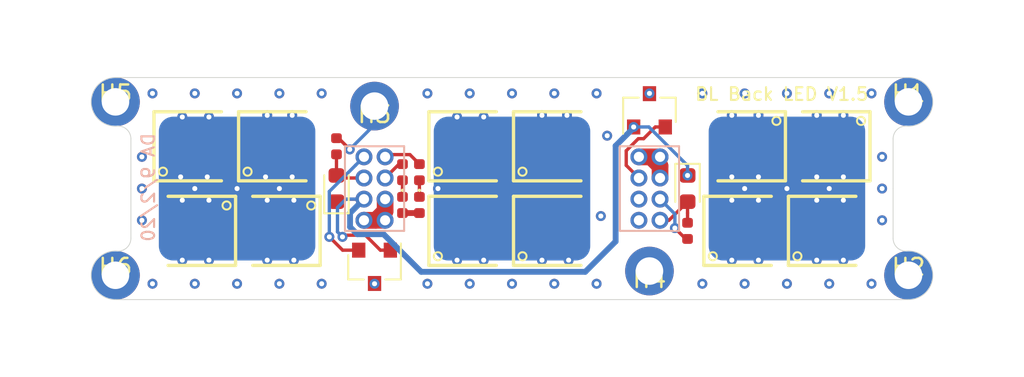
<source format=kicad_pcb>
(kicad_pcb (version 20171130) (host pcbnew "(5.1.4)-1")

  (general
    (thickness 1.6)
    (drawings 16)
    (tracks 160)
    (zones 0)
    (modules 33)
    (nets 26)
  )

  (page A4)
  (layers
    (0 F.Cu signal)
    (31 B.Cu signal)
    (32 B.Adhes user)
    (33 F.Adhes user)
    (34 B.Paste user)
    (35 F.Paste user)
    (36 B.SilkS user)
    (37 F.SilkS user)
    (38 B.Mask user)
    (39 F.Mask user)
    (40 Dwgs.User user)
    (41 Cmts.User user)
    (42 Eco1.User user)
    (43 Eco2.User user)
    (44 Edge.Cuts user)
    (45 Margin user)
    (46 B.CrtYd user)
    (47 F.CrtYd user)
    (48 B.Fab user)
    (49 F.Fab user)
  )

  (setup
    (last_trace_width 0.1524)
    (user_trace_width 0.2)
    (user_trace_width 0.35)
    (user_trace_width 0.5)
    (user_trace_width 0.7)
    (user_trace_width 1)
    (trace_clearance 0.1524)
    (zone_clearance 0.1524)
    (zone_45_only no)
    (trace_min 0.1524)
    (via_size 0.6)
    (via_drill 0.3)
    (via_min_size 0.6)
    (via_min_drill 0.3)
    (uvia_size 0.3)
    (uvia_drill 0.1)
    (uvias_allowed no)
    (uvia_min_size 0.2)
    (uvia_min_drill 0.1)
    (edge_width 0.05)
    (segment_width 0.2)
    (pcb_text_width 0.3)
    (pcb_text_size 1.5 1.5)
    (mod_edge_width 0.12)
    (mod_text_size 1 1)
    (mod_text_width 0.15)
    (pad_size 2.921 2.921)
    (pad_drill 1.651)
    (pad_to_mask_clearance 0.051)
    (solder_mask_min_width 0.25)
    (aux_axis_origin 0 0)
    (visible_elements 7FFFFFFF)
    (pcbplotparams
      (layerselection 0x010fc_ffffffff)
      (usegerberextensions false)
      (usegerberattributes false)
      (usegerberadvancedattributes false)
      (creategerberjobfile false)
      (excludeedgelayer true)
      (linewidth 0.100000)
      (plotframeref false)
      (viasonmask false)
      (mode 1)
      (useauxorigin false)
      (hpglpennumber 1)
      (hpglpenspeed 20)
      (hpglpendiameter 15.000000)
      (psnegative false)
      (psa4output false)
      (plotreference true)
      (plotvalue true)
      (plotinvisibletext false)
      (padsonsilk false)
      (subtractmaskfromsilk false)
      (outputformat 1)
      (mirror false)
      (drillshape 0)
      (scaleselection 1)
      (outputdirectory "SkateLightBackLEDBoard1.5_withPour/"))
  )

  (net 0 "")
  (net 1 LightSense1)
  (net 2 LightSense2)
  (net 3 GND)
  (net 4 Temp1)
  (net 5 Temp2)
  (net 6 LED+)
  (net 7 LED_Sign_2)
  (net 8 LED_Sign_1)
  (net 9 "Net-(D1-Pad2)")
  (net 10 LED-)
  (net 11 "Net-(D2-Pad2)")
  (net 12 "Net-(D3-Pad2)")
  (net 13 "Net-(D4-Pad2)")
  (net 14 "Net-(D5-Pad2)")
  (net 15 "Net-(D6-Pad2)")
  (net 16 "Net-(D7-Pad2)")
  (net 17 "Net-(D8-Pad2)")
  (net 18 "Net-(D10-Pad1)")
  (net 19 "Net-(D10-Pad2)")
  (net 20 "Net-(D11-Pad2)")
  (net 21 "Net-(J2-Pad8)")
  (net 22 "Net-(J2-Pad6)")
  (net 23 "Net-(D13-Pad1)")
  (net 24 "Net-(D14-Pad1)")
  (net 25 +5V)

  (net_class Default "This is the default net class."
    (clearance 0.1524)
    (trace_width 0.1524)
    (via_dia 0.6)
    (via_drill 0.3)
    (uvia_dia 0.3)
    (uvia_drill 0.1)
    (add_net +5V)
    (add_net GND)
    (add_net LED+)
    (add_net LED-)
    (add_net LED_Sign_1)
    (add_net LED_Sign_2)
    (add_net LightSense1)
    (add_net LightSense2)
    (add_net "Net-(D1-Pad2)")
    (add_net "Net-(D10-Pad1)")
    (add_net "Net-(D10-Pad2)")
    (add_net "Net-(D11-Pad2)")
    (add_net "Net-(D13-Pad1)")
    (add_net "Net-(D14-Pad1)")
    (add_net "Net-(D2-Pad2)")
    (add_net "Net-(D3-Pad2)")
    (add_net "Net-(D4-Pad2)")
    (add_net "Net-(D5-Pad2)")
    (add_net "Net-(D6-Pad2)")
    (add_net "Net-(D7-Pad2)")
    (add_net "Net-(D8-Pad2)")
    (add_net "Net-(J2-Pad6)")
    (add_net "Net-(J2-Pad8)")
    (add_net Temp1)
    (add_net Temp2)
  )

  (module LolomoloKiCADLib:SST-10-DR-B90-G660 (layer F.Cu) (tedit 5F4FD355) (tstamp 5F0756D4)
    (at 19.05 -2.54 180)
    (descr XLamp)
    (tags LED)
    (path /5F2F52C5)
    (attr smd)
    (fp_text reference D11 (at 0 0) (layer F.SilkS) hide
      (effects (font (size 1.27 1.27) (thickness 0.254)))
    )
    (fp_text value LED_PAD (at 0 0) (layer F.SilkS) hide
      (effects (font (size 1.27 1.27) (thickness 0.254)))
    )
    (fp_line (start -2.55 -2.175) (end 2.55 -2.175) (layer Dwgs.User) (width 0.05))
    (fp_line (start 2.55 -2.175) (end 2.55 2.175) (layer Dwgs.User) (width 0.05))
    (fp_line (start 2.55 2.175) (end -2.55 2.175) (layer Dwgs.User) (width 0.05))
    (fp_line (start -2.55 2.175) (end -2.55 -2.175) (layer Dwgs.User) (width 0.05))
    (fp_line (start -1.675 -1.675) (end 1.675 -1.675) (layer Dwgs.User) (width 0.1))
    (fp_line (start 1.675 -1.675) (end 1.675 1.675) (layer Dwgs.User) (width 0.1))
    (fp_line (start 1.675 1.675) (end -1.675 1.675) (layer Dwgs.User) (width 0.1))
    (fp_line (start -1.675 1.675) (end -1.675 -1.675) (layer Dwgs.User) (width 0.1))
    (fp_line (start -1.675 -0.558) (end -0.558 -1.675) (layer Dwgs.User) (width 0.1))
    (fp_line (start 1.6 -2.075) (end -2.45 -2.075) (layer F.SilkS) (width 0.2))
    (fp_line (start -2.45 -2.075) (end -2.45 2.075) (layer F.SilkS) (width 0.2))
    (fp_line (start -2.45 2.075) (end 1.6 2.075) (layer F.SilkS) (width 0.2))
    (fp_circle (center -1.91 1.524) (end -1.71 1.664) (layer F.SilkS) (width 0.12))
    (pad 1 smd rect (at -1.35 0 180) (size 0.5 2.7) (layers F.Cu F.Paste F.Mask)
      (net 19 "Net-(D10-Pad2)"))
    (pad 2 smd rect (at 1.35 0 180) (size 0.5 2.7) (layers F.Cu F.Paste F.Mask)
      (net 20 "Net-(D11-Pad2)"))
    (pad 3 smd rect (at 0 0 180) (size 1 2.7) (layers F.Cu F.Paste F.Mask)
      (net 3 GND))
  )

  (module LolomoloKiCADLib:SST-10-DR-B90-G660 (layer F.Cu) (tedit 5F4FD355) (tstamp 5F075634)
    (at -19.05 -2.54)
    (descr XLamp)
    (tags LED)
    (path /5F2F21B7)
    (attr smd)
    (fp_text reference D3 (at 0 0 180) (layer F.SilkS) hide
      (effects (font (size 1.27 1.27) (thickness 0.254)))
    )
    (fp_text value LED_PAD (at 0 0 180) (layer F.SilkS) hide
      (effects (font (size 1.27 1.27) (thickness 0.254)))
    )
    (fp_line (start -2.55 -2.175) (end 2.55 -2.175) (layer Dwgs.User) (width 0.05))
    (fp_line (start 2.55 -2.175) (end 2.55 2.175) (layer Dwgs.User) (width 0.05))
    (fp_line (start 2.55 2.175) (end -2.55 2.175) (layer Dwgs.User) (width 0.05))
    (fp_line (start -2.55 2.175) (end -2.55 -2.175) (layer Dwgs.User) (width 0.05))
    (fp_line (start -1.675 -1.675) (end 1.675 -1.675) (layer Dwgs.User) (width 0.1))
    (fp_line (start 1.675 -1.675) (end 1.675 1.675) (layer Dwgs.User) (width 0.1))
    (fp_line (start 1.675 1.675) (end -1.675 1.675) (layer Dwgs.User) (width 0.1))
    (fp_line (start -1.675 1.675) (end -1.675 -1.675) (layer Dwgs.User) (width 0.1))
    (fp_line (start -1.675 -0.558) (end -0.558 -1.675) (layer Dwgs.User) (width 0.1))
    (fp_line (start 1.6 -2.075) (end -2.45 -2.075) (layer F.SilkS) (width 0.2))
    (fp_line (start -2.45 -2.075) (end -2.45 2.075) (layer F.SilkS) (width 0.2))
    (fp_line (start -2.45 2.075) (end 1.6 2.075) (layer F.SilkS) (width 0.2))
    (fp_circle (center -1.91 1.524) (end -1.71 1.664) (layer F.SilkS) (width 0.12))
    (pad 1 smd rect (at -1.35 0) (size 0.5 2.7) (layers F.Cu F.Paste F.Mask)
      (net 11 "Net-(D2-Pad2)"))
    (pad 2 smd rect (at 1.35 0) (size 0.5 2.7) (layers F.Cu F.Paste F.Mask)
      (net 12 "Net-(D3-Pad2)"))
    (pad 3 smd rect (at 0 0) (size 1 2.7) (layers F.Cu F.Paste F.Mask)
      (net 3 GND))
  )

  (module Resistor_SMD:R_0402_1005Metric (layer F.Cu) (tedit 5B301BBD) (tstamp 5E013AAA)
    (at 10.541 2.54 270)
    (descr "Resistor SMD 0402 (1005 Metric), square (rectangular) end terminal, IPC_7351 nominal, (Body size source: http://www.tortai-tech.com/upload/download/2011102023233369053.pdf), generated with kicad-footprint-generator")
    (tags resistor)
    (path /5DE8D404)
    (attr smd)
    (fp_text reference R2 (at -0.26416 1.3081 90) (layer F.SilkS) hide
      (effects (font (size 1 1) (thickness 0.15)))
    )
    (fp_text value "100k 1%" (at 0 1.17 90) (layer F.Fab)
      (effects (font (size 1 1) (thickness 0.15)))
    )
    (fp_text user %R (at 0 0 90) (layer F.Fab)
      (effects (font (size 0.25 0.25) (thickness 0.04)))
    )
    (fp_line (start 0.93 0.47) (end -0.93 0.47) (layer F.CrtYd) (width 0.05))
    (fp_line (start 0.93 -0.47) (end 0.93 0.47) (layer F.CrtYd) (width 0.05))
    (fp_line (start -0.93 -0.47) (end 0.93 -0.47) (layer F.CrtYd) (width 0.05))
    (fp_line (start -0.93 0.47) (end -0.93 -0.47) (layer F.CrtYd) (width 0.05))
    (fp_line (start 0.5 0.25) (end -0.5 0.25) (layer F.Fab) (width 0.1))
    (fp_line (start 0.5 -0.25) (end 0.5 0.25) (layer F.Fab) (width 0.1))
    (fp_line (start -0.5 -0.25) (end 0.5 -0.25) (layer F.Fab) (width 0.1))
    (fp_line (start -0.5 0.25) (end -0.5 -0.25) (layer F.Fab) (width 0.1))
    (pad 2 smd roundrect (at 0.485 0 270) (size 0.59 0.64) (layers F.Cu F.Paste F.Mask) (roundrect_rratio 0.25)
      (net 3 GND))
    (pad 1 smd roundrect (at -0.485 0 270) (size 0.59 0.64) (layers F.Cu F.Paste F.Mask) (roundrect_rratio 0.25)
      (net 2 LightSense2))
    (model ${KISYS3DMOD}/Resistor_SMD.3dshapes/R_0402_1005Metric.wrl
      (at (xyz 0 0 0))
      (scale (xyz 1 1 1))
      (rotate (xyz 0 0 0))
    )
  )

  (module Diode_SMD:D_0603_1608Metric (layer F.Cu) (tedit 5B301BBE) (tstamp 5E013A9B)
    (at 10.541 0 270)
    (descr "Diode SMD 0603 (1608 Metric), square (rectangular) end terminal, IPC_7351 nominal, (Body size source: http://www.tortai-tech.com/upload/download/2011102023233369053.pdf), generated with kicad-footprint-generator")
    (tags diode)
    (path /5E086019)
    (attr smd)
    (fp_text reference Q2 (at -2.52222 0.12954 90) (layer F.SilkS) hide
      (effects (font (size 1 1) (thickness 0.15)))
    )
    (fp_text value Q_Photo_NPN (at 0 1.43 90) (layer F.Fab)
      (effects (font (size 1 1) (thickness 0.15)))
    )
    (fp_text user %R (at 0 0 90) (layer F.Fab)
      (effects (font (size 0.4 0.4) (thickness 0.06)))
    )
    (fp_line (start 1.48 0.73) (end -1.48 0.73) (layer F.CrtYd) (width 0.05))
    (fp_line (start 1.48 -0.73) (end 1.48 0.73) (layer F.CrtYd) (width 0.05))
    (fp_line (start -1.48 -0.73) (end 1.48 -0.73) (layer F.CrtYd) (width 0.05))
    (fp_line (start -1.48 0.73) (end -1.48 -0.73) (layer F.CrtYd) (width 0.05))
    (fp_line (start -1.485 0.735) (end 0.8 0.735) (layer F.SilkS) (width 0.12))
    (fp_line (start -1.485 -0.735) (end -1.485 0.735) (layer F.SilkS) (width 0.12))
    (fp_line (start 0.8 -0.735) (end -1.485 -0.735) (layer F.SilkS) (width 0.12))
    (fp_line (start 0.8 0.4) (end 0.8 -0.4) (layer F.Fab) (width 0.1))
    (fp_line (start -0.8 0.4) (end 0.8 0.4) (layer F.Fab) (width 0.1))
    (fp_line (start -0.8 -0.1) (end -0.8 0.4) (layer F.Fab) (width 0.1))
    (fp_line (start -0.5 -0.4) (end -0.8 -0.1) (layer F.Fab) (width 0.1))
    (fp_line (start 0.8 -0.4) (end -0.5 -0.4) (layer F.Fab) (width 0.1))
    (pad 2 smd roundrect (at 0.7875 0 270) (size 0.875 0.95) (layers F.Cu F.Paste F.Mask) (roundrect_rratio 0.25)
      (net 2 LightSense2))
    (pad 1 smd roundrect (at -0.7875 0 270) (size 0.875 0.95) (layers F.Cu F.Paste F.Mask) (roundrect_rratio 0.25)
      (net 25 +5V))
    (model ${KISYS3DMOD}/Diode_SMD.3dshapes/D_0603_1608Metric.wrl
      (at (xyz 0 0 0))
      (scale (xyz 1 1 1))
      (rotate (xyz 0 0 0))
    )
  )

  (module Package_TO_SOT_SMD:SOT-23 (layer F.Cu) (tedit 5A02FF57) (tstamp 5E006F93)
    (at 8.255 -4.699 90)
    (descr "SOT-23, Standard")
    (tags SOT-23)
    (path /5DCE44AB)
    (attr smd)
    (fp_text reference U2 (at -0.924966 2.361807 90) (layer F.SilkS) hide
      (effects (font (size 1 1) (thickness 0.15)))
    )
    (fp_text value MCP9700AT-E_TT (at 0 2.5 90) (layer F.Fab)
      (effects (font (size 1 1) (thickness 0.15)))
    )
    (fp_line (start 0.76 1.58) (end -0.7 1.58) (layer F.SilkS) (width 0.12))
    (fp_line (start 0.76 -1.58) (end -1.4 -1.58) (layer F.SilkS) (width 0.12))
    (fp_line (start -1.7 1.75) (end -1.7 -1.75) (layer F.CrtYd) (width 0.05))
    (fp_line (start 1.7 1.75) (end -1.7 1.75) (layer F.CrtYd) (width 0.05))
    (fp_line (start 1.7 -1.75) (end 1.7 1.75) (layer F.CrtYd) (width 0.05))
    (fp_line (start -1.7 -1.75) (end 1.7 -1.75) (layer F.CrtYd) (width 0.05))
    (fp_line (start 0.76 -1.58) (end 0.76 -0.65) (layer F.SilkS) (width 0.12))
    (fp_line (start 0.76 1.58) (end 0.76 0.65) (layer F.SilkS) (width 0.12))
    (fp_line (start -0.7 1.52) (end 0.7 1.52) (layer F.Fab) (width 0.1))
    (fp_line (start 0.7 -1.52) (end 0.7 1.52) (layer F.Fab) (width 0.1))
    (fp_line (start -0.7 -0.95) (end -0.15 -1.52) (layer F.Fab) (width 0.1))
    (fp_line (start -0.15 -1.52) (end 0.7 -1.52) (layer F.Fab) (width 0.1))
    (fp_line (start -0.7 -0.95) (end -0.7 1.5) (layer F.Fab) (width 0.1))
    (fp_text user %R (at 0 0) (layer F.Fab)
      (effects (font (size 0.5 0.5) (thickness 0.075)))
    )
    (pad 3 smd rect (at 1 0 90) (size 0.9 0.8) (layers F.Cu F.Paste F.Mask)
      (net 3 GND))
    (pad 2 smd rect (at -1 0.95 90) (size 0.9 0.8) (layers F.Cu F.Paste F.Mask)
      (net 5 Temp2))
    (pad 1 smd rect (at -1 -0.95 90) (size 0.9 0.8) (layers F.Cu F.Paste F.Mask)
      (net 25 +5V))
    (model ${KISYS3DMOD}/Package_TO_SOT_SMD.3dshapes/SOT-23.wrl
      (at (xyz 0 0 0))
      (scale (xyz 1 1 1))
      (rotate (xyz 0 0 0))
    )
  )

  (module LolomoloKiCADLib:Conn_2x4_0.05in (layer B.Cu) (tedit 5DB23ACC) (tstamp 5DB330C1)
    (at 8.89 -1.905 180)
    (path /5DE8A9BC)
    (fp_text reference J2 (at 0.6604 1.524 180) (layer B.SilkS) hide
      (effects (font (size 1 1) (thickness 0.15)) (justify mirror))
    )
    (fp_text value Conn_02x04_Odd_Even (at 0 0.5 180) (layer B.Fab) hide
      (effects (font (size 1 1) (thickness 0.15)) (justify mirror))
    )
    (fp_line (start -1.143 -4.445) (end -1.143 0.635) (layer B.SilkS) (width 0.12))
    (fp_line (start 2.413 -4.445) (end -1.143 -4.445) (layer B.SilkS) (width 0.12))
    (fp_line (start 2.413 0.635) (end 2.413 -4.445) (layer B.SilkS) (width 0.12))
    (fp_line (start -1.143 0.635) (end 2.413 0.635) (layer B.SilkS) (width 0.12))
    (pad 8 thru_hole circle (at 1.27 -3.81 180) (size 1.016 1.016) (drill 0.6096) (layers *.Cu *.Mask)
      (net 21 "Net-(J2-Pad8)"))
    (pad 7 thru_hole circle (at 0 -3.81 180) (size 1.016 1.016) (drill 0.6096) (layers *.Cu *.Mask)
      (net 2 LightSense2))
    (pad 6 thru_hole circle (at 1.27 -2.54 180) (size 1.016 1.016) (drill 0.6096) (layers *.Cu *.Mask)
      (net 22 "Net-(J2-Pad6)"))
    (pad 5 thru_hole circle (at 0 -2.54 180) (size 1.016 1.016) (drill 0.6096) (layers *.Cu *.Mask)
      (net 3 GND))
    (pad 4 thru_hole circle (at 1.27 -1.27 180) (size 1.016 1.016) (drill 0.6096) (layers *.Cu *.Mask)
      (net 5 Temp2))
    (pad 3 thru_hole circle (at 0 -1.27 180) (size 1.016 1.016) (drill 0.6096) (layers *.Cu *.Mask)
      (net 6 LED+))
    (pad 2 thru_hole circle (at 1.27 0 180) (size 1.016 1.016) (drill 0.6096) (layers *.Cu *.Mask)
      (net 6 LED+))
    (pad 1 thru_hole circle (at 0 0 180) (size 1.016 1.016) (drill 0.6096) (layers *.Cu *.Mask)
      (net 6 LED+))
  )

  (module LolomoloKiCADLib:MH_0-80_Screw_Grounded (layer F.Cu) (tedit 5DB23F78) (tstamp 5DB3D970)
    (at 8.255 4.953)
    (path /5DB3FDBA)
    (fp_text reference H4 (at 0 0.5) (layer F.SilkS)
      (effects (font (size 1 1) (thickness 0.15)))
    )
    (fp_text value MountingHole_Pad (at 0 -0.5) (layer F.Fab)
      (effects (font (size 1 1) (thickness 0.15)))
    )
    (pad 1 thru_hole circle (at 0 0) (size 2.921 2.921) (drill 1.651) (layers *.Cu *.Mask)
      (net 3 GND))
  )

  (module LolomoloKiCADLib:MH_0-80_Screw_Grounded (layer F.Cu) (tedit 5DB23F78) (tstamp 5DB3D961)
    (at -8.255 -4.953)
    (path /5DB3FD93)
    (fp_text reference H3 (at 0 0.5) (layer F.SilkS)
      (effects (font (size 1 1) (thickness 0.15)))
    )
    (fp_text value MountingHole_Pad (at 0 -0.5) (layer F.Fab)
      (effects (font (size 1 1) (thickness 0.15)))
    )
    (pad 1 thru_hole circle (at 0 0) (size 2.921 2.921) (drill 1.651) (layers *.Cu *.Mask)
      (net 3 GND))
  )

  (module LolomoloKiCADLib:Conn_2x4_0.05in (layer B.Cu) (tedit 5DB23ACC) (tstamp 5DB3376C)
    (at -7.62 -1.905 180)
    (path /5DE89DA5)
    (fp_text reference J1 (at 0.6604 1.524) (layer B.SilkS) hide
      (effects (font (size 1 1) (thickness 0.15)) (justify mirror))
    )
    (fp_text value Conn_02x04_Odd_Even (at 0 0.5) (layer B.Fab)
      (effects (font (size 1 1) (thickness 0.15)) (justify mirror))
    )
    (fp_line (start -1.143 -4.445) (end -1.143 0.635) (layer B.SilkS) (width 0.12))
    (fp_line (start 2.413 -4.445) (end -1.143 -4.445) (layer B.SilkS) (width 0.12))
    (fp_line (start 2.413 0.635) (end 2.413 -4.445) (layer B.SilkS) (width 0.12))
    (fp_line (start -1.143 0.635) (end 2.413 0.635) (layer B.SilkS) (width 0.12))
    (pad 8 thru_hole circle (at 1.27 -3.81 180) (size 1.016 1.016) (drill 0.6096) (layers *.Cu *.Mask)
      (net 10 LED-))
    (pad 7 thru_hole circle (at 0 -3.81 180) (size 1.016 1.016) (drill 0.6096) (layers *.Cu *.Mask)
      (net 10 LED-))
    (pad 6 thru_hole circle (at 1.27 -2.54 180) (size 1.016 1.016) (drill 0.6096) (layers *.Cu *.Mask)
      (net 25 +5V))
    (pad 5 thru_hole circle (at 0 -2.54 180) (size 1.016 1.016) (drill 0.6096) (layers *.Cu *.Mask)
      (net 10 LED-))
    (pad 4 thru_hole circle (at 1.27 -1.27 180) (size 1.016 1.016) (drill 0.6096) (layers *.Cu *.Mask)
      (net 1 LightSense1))
    (pad 3 thru_hole circle (at 0 -1.27 180) (size 1.016 1.016) (drill 0.6096) (layers *.Cu *.Mask)
      (net 7 LED_Sign_2))
    (pad 2 thru_hole circle (at 1.27 0 180) (size 1.016 1.016) (drill 0.6096) (layers *.Cu *.Mask)
      (net 4 Temp1))
    (pad 1 thru_hole circle (at 0 0 180) (size 1.016 1.016) (drill 0.6096) (layers *.Cu *.Mask)
      (net 8 LED_Sign_1))
  )

  (module LolomoloKiCADLib:MH_0-80_Screw_Grounded (layer F.Cu) (tedit 5DB23F78) (tstamp 5DB33092)
    (at 23.8125 -5.207 180)
    (path /5DEAD1D5)
    (fp_text reference H1 (at 0 0.5) (layer F.SilkS)
      (effects (font (size 1 1) (thickness 0.15)))
    )
    (fp_text value MountingHole_Pad (at 0 -0.5) (layer F.Fab)
      (effects (font (size 1 1) (thickness 0.15)))
    )
    (pad 1 thru_hole circle (at 0 0 180) (size 2.921 2.921) (drill 1.651) (layers *.Cu *.Mask)
      (net 3 GND))
  )

  (module LolomoloKiCADLib:MH_0-80_Screw_Grounded (layer F.Cu) (tedit 5DB23F78) (tstamp 5DB33097)
    (at 23.8125 5.207 180)
    (path /5DEB2AF6)
    (fp_text reference H2 (at 0 0.5) (layer F.SilkS)
      (effects (font (size 1 1) (thickness 0.15)))
    )
    (fp_text value MountingHole_Pad (at 0 -0.5) (layer F.Fab)
      (effects (font (size 1 1) (thickness 0.15)))
    )
    (pad 1 thru_hole circle (at 0 0 180) (size 2.921 2.921) (drill 1.651) (layers *.Cu *.Mask)
      (net 3 GND))
  )

  (module LolomoloKiCADLib:MH_0-80_Screw_Grounded (layer F.Cu) (tedit 5DB23F78) (tstamp 5DB3309C)
    (at -23.8125 -5.207 180)
    (path /5DEB13FB)
    (fp_text reference H5 (at 0 0.5) (layer F.SilkS)
      (effects (font (size 1 1) (thickness 0.15)))
    )
    (fp_text value MountingHole_Pad (at 0 -0.5) (layer F.Fab)
      (effects (font (size 1 1) (thickness 0.15)))
    )
    (pad 1 thru_hole circle (at 0 0 180) (size 2.921 2.921) (drill 1.651) (layers *.Cu *.Mask)
      (net 3 GND))
  )

  (module LolomoloKiCADLib:MH_0-80_Screw_Grounded (layer F.Cu) (tedit 5DB23F78) (tstamp 5DB330A1)
    (at -23.8125 5.207 180)
    (path /5DEB431C)
    (fp_text reference H6 (at 0 0.5) (layer F.SilkS)
      (effects (font (size 1 1) (thickness 0.15)))
    )
    (fp_text value MountingHole_Pad (at 0 -0.5) (layer F.Fab)
      (effects (font (size 1 1) (thickness 0.15)))
    )
    (pad 1 thru_hole circle (at 0 0 180) (size 2.921 2.921) (drill 1.651) (layers *.Cu *.Mask)
      (net 3 GND))
  )

  (module Package_TO_SOT_SMD:SOT-23 (layer F.Cu) (tedit 5A02FF57) (tstamp 5DCE7B2B)
    (at -8.255 4.699 270)
    (descr "SOT-23, Standard")
    (tags SOT-23)
    (path /5DCE3E90)
    (attr smd)
    (fp_text reference U1 (at 0 -2.5 90) (layer F.SilkS) hide
      (effects (font (size 1 1) (thickness 0.15)))
    )
    (fp_text value MCP9700AT-E_TT (at 0 2.5 90) (layer F.Fab)
      (effects (font (size 1 1) (thickness 0.15)))
    )
    (fp_line (start 0.76 1.58) (end -0.7 1.58) (layer F.SilkS) (width 0.12))
    (fp_line (start 0.76 -1.58) (end -1.4 -1.58) (layer F.SilkS) (width 0.12))
    (fp_line (start -1.7 1.75) (end -1.7 -1.75) (layer F.CrtYd) (width 0.05))
    (fp_line (start 1.7 1.75) (end -1.7 1.75) (layer F.CrtYd) (width 0.05))
    (fp_line (start 1.7 -1.75) (end 1.7 1.75) (layer F.CrtYd) (width 0.05))
    (fp_line (start -1.7 -1.75) (end 1.7 -1.75) (layer F.CrtYd) (width 0.05))
    (fp_line (start 0.76 -1.58) (end 0.76 -0.65) (layer F.SilkS) (width 0.12))
    (fp_line (start 0.76 1.58) (end 0.76 0.65) (layer F.SilkS) (width 0.12))
    (fp_line (start -0.7 1.52) (end 0.7 1.52) (layer F.Fab) (width 0.1))
    (fp_line (start 0.7 -1.52) (end 0.7 1.52) (layer F.Fab) (width 0.1))
    (fp_line (start -0.7 -0.95) (end -0.15 -1.52) (layer F.Fab) (width 0.1))
    (fp_line (start -0.15 -1.52) (end 0.7 -1.52) (layer F.Fab) (width 0.1))
    (fp_line (start -0.7 -0.95) (end -0.7 1.5) (layer F.Fab) (width 0.1))
    (fp_text user %R (at 0 0) (layer F.Fab)
      (effects (font (size 0.5 0.5) (thickness 0.075)))
    )
    (pad 3 smd rect (at 1 0 270) (size 0.9 0.8) (layers F.Cu F.Paste F.Mask)
      (net 3 GND))
    (pad 2 smd rect (at -1 0.95 270) (size 0.9 0.8) (layers F.Cu F.Paste F.Mask)
      (net 4 Temp1))
    (pad 1 smd rect (at -1 -0.95 270) (size 0.9 0.8) (layers F.Cu F.Paste F.Mask)
      (net 25 +5V))
    (model ${KISYS3DMOD}/Package_TO_SOT_SMD.3dshapes/SOT-23.wrl
      (at (xyz 0 0 0))
      (scale (xyz 1 1 1))
      (rotate (xyz 0 0 0))
    )
  )

  (module Diode_SMD:D_0402_1005Metric (layer F.Cu) (tedit 5B301BBE) (tstamp 5E013A51)
    (at -5.56066 -0.98356 90)
    (descr "Diode SMD 0402 (1005 Metric), square (rectangular) end terminal, IPC_7351 nominal, (Body size source: http://www.tortai-tech.com/upload/download/2011102023233369053.pdf), generated with kicad-footprint-generator")
    (tags diode)
    (path /5E06AE24)
    (attr smd)
    (fp_text reference D13 (at 1.74752 -0.39116 90) (layer F.SilkS) hide
      (effects (font (size 1 1) (thickness 0.15)))
    )
    (fp_text value LEDR (at 0 1.17 90) (layer F.Fab)
      (effects (font (size 1 1) (thickness 0.15)))
    )
    (fp_text user %R (at 0 0 90) (layer F.Fab)
      (effects (font (size 0.25 0.25) (thickness 0.04)))
    )
    (fp_line (start 0.93 0.47) (end -0.93 0.47) (layer F.CrtYd) (width 0.05))
    (fp_line (start 0.93 -0.47) (end 0.93 0.47) (layer F.CrtYd) (width 0.05))
    (fp_line (start -0.93 -0.47) (end 0.93 -0.47) (layer F.CrtYd) (width 0.05))
    (fp_line (start -0.93 0.47) (end -0.93 -0.47) (layer F.CrtYd) (width 0.05))
    (fp_line (start -0.3 0.25) (end -0.3 -0.25) (layer F.Fab) (width 0.1))
    (fp_line (start -0.4 0.25) (end -0.4 -0.25) (layer F.Fab) (width 0.1))
    (fp_line (start 0.5 0.25) (end -0.5 0.25) (layer F.Fab) (width 0.1))
    (fp_line (start 0.5 -0.25) (end 0.5 0.25) (layer F.Fab) (width 0.1))
    (fp_line (start -0.5 -0.25) (end 0.5 -0.25) (layer F.Fab) (width 0.1))
    (fp_line (start -0.5 0.25) (end -0.5 -0.25) (layer F.Fab) (width 0.1))
    (fp_circle (center -1.09 0) (end -1.04 0) (layer F.SilkS) (width 0.1))
    (pad 2 smd roundrect (at 0.485 0 90) (size 0.59 0.64) (layers F.Cu F.Paste F.Mask) (roundrect_rratio 0.25)
      (net 8 LED_Sign_1))
    (pad 1 smd roundrect (at -0.485 0 90) (size 0.59 0.64) (layers F.Cu F.Paste F.Mask) (roundrect_rratio 0.25)
      (net 23 "Net-(D13-Pad1)"))
    (model ${KISYS3DMOD}/Diode_SMD.3dshapes/D_0402_1005Metric.wrl
      (at (xyz 0 0 0))
      (scale (xyz 1 1 1))
      (rotate (xyz 0 0 0))
    )
  )

  (module Diode_SMD:D_0402_1005Metric (layer F.Cu) (tedit 5B301BBE) (tstamp 5EE1164F)
    (at -6.57666 -0.98356 90)
    (descr "Diode SMD 0402 (1005 Metric), square (rectangular) end terminal, IPC_7351 nominal, (Body size source: http://www.tortai-tech.com/upload/download/2011102023233369053.pdf), generated with kicad-footprint-generator")
    (tags diode)
    (path /5E070808)
    (attr smd)
    (fp_text reference D14 (at 1.84658 0.12954 90) (layer F.SilkS) hide
      (effects (font (size 1 1) (thickness 0.15)))
    )
    (fp_text value LEDG (at 0 1.17 90) (layer F.Fab)
      (effects (font (size 1 1) (thickness 0.15)))
    )
    (fp_text user %R (at 0 0 90) (layer F.Fab)
      (effects (font (size 0.25 0.25) (thickness 0.04)))
    )
    (fp_line (start 0.93 0.47) (end -0.93 0.47) (layer F.CrtYd) (width 0.05))
    (fp_line (start 0.93 -0.47) (end 0.93 0.47) (layer F.CrtYd) (width 0.05))
    (fp_line (start -0.93 -0.47) (end 0.93 -0.47) (layer F.CrtYd) (width 0.05))
    (fp_line (start -0.93 0.47) (end -0.93 -0.47) (layer F.CrtYd) (width 0.05))
    (fp_line (start -0.3 0.25) (end -0.3 -0.25) (layer F.Fab) (width 0.1))
    (fp_line (start -0.4 0.25) (end -0.4 -0.25) (layer F.Fab) (width 0.1))
    (fp_line (start 0.5 0.25) (end -0.5 0.25) (layer F.Fab) (width 0.1))
    (fp_line (start 0.5 -0.25) (end 0.5 0.25) (layer F.Fab) (width 0.1))
    (fp_line (start -0.5 -0.25) (end 0.5 -0.25) (layer F.Fab) (width 0.1))
    (fp_line (start -0.5 0.25) (end -0.5 -0.25) (layer F.Fab) (width 0.1))
    (fp_circle (center -1.09 0) (end -1.04 0) (layer F.SilkS) (width 0.1))
    (pad 2 smd roundrect (at 0.485 0 90) (size 0.59 0.64) (layers F.Cu F.Paste F.Mask) (roundrect_rratio 0.25)
      (net 7 LED_Sign_2))
    (pad 1 smd roundrect (at -0.485 0 90) (size 0.59 0.64) (layers F.Cu F.Paste F.Mask) (roundrect_rratio 0.25)
      (net 24 "Net-(D14-Pad1)"))
    (model ${KISYS3DMOD}/Diode_SMD.3dshapes/D_0402_1005Metric.wrl
      (at (xyz 0 0 0))
      (scale (xyz 1 1 1))
      (rotate (xyz 0 0 0))
    )
  )

  (module Diode_SMD:D_0603_1608Metric (layer F.Cu) (tedit 5B301BBE) (tstamp 5E013A88)
    (at -10.541 0 90)
    (descr "Diode SMD 0603 (1608 Metric), square (rectangular) end terminal, IPC_7351 nominal, (Body size source: http://www.tortai-tech.com/upload/download/2011102023233369053.pdf), generated with kicad-footprint-generator")
    (tags diode)
    (path /5E08ED74)
    (attr smd)
    (fp_text reference Q1 (at -2.63398 0.37084 90) (layer F.SilkS) hide
      (effects (font (size 1 1) (thickness 0.15)))
    )
    (fp_text value Q_Photo_NPN (at 0 1.43 90) (layer F.Fab)
      (effects (font (size 1 1) (thickness 0.15)))
    )
    (fp_text user %R (at 0 0 90) (layer F.Fab)
      (effects (font (size 0.4 0.4) (thickness 0.06)))
    )
    (fp_line (start 1.48 0.73) (end -1.48 0.73) (layer F.CrtYd) (width 0.05))
    (fp_line (start 1.48 -0.73) (end 1.48 0.73) (layer F.CrtYd) (width 0.05))
    (fp_line (start -1.48 -0.73) (end 1.48 -0.73) (layer F.CrtYd) (width 0.05))
    (fp_line (start -1.48 0.73) (end -1.48 -0.73) (layer F.CrtYd) (width 0.05))
    (fp_line (start -1.485 0.735) (end 0.8 0.735) (layer F.SilkS) (width 0.12))
    (fp_line (start -1.485 -0.735) (end -1.485 0.735) (layer F.SilkS) (width 0.12))
    (fp_line (start 0.8 -0.735) (end -1.485 -0.735) (layer F.SilkS) (width 0.12))
    (fp_line (start 0.8 0.4) (end 0.8 -0.4) (layer F.Fab) (width 0.1))
    (fp_line (start -0.8 0.4) (end 0.8 0.4) (layer F.Fab) (width 0.1))
    (fp_line (start -0.8 -0.1) (end -0.8 0.4) (layer F.Fab) (width 0.1))
    (fp_line (start -0.5 -0.4) (end -0.8 -0.1) (layer F.Fab) (width 0.1))
    (fp_line (start 0.8 -0.4) (end -0.5 -0.4) (layer F.Fab) (width 0.1))
    (pad 2 smd roundrect (at 0.7875 0 90) (size 0.875 0.95) (layers F.Cu F.Paste F.Mask) (roundrect_rratio 0.25)
      (net 1 LightSense1))
    (pad 1 smd roundrect (at -0.7875 0 90) (size 0.875 0.95) (layers F.Cu F.Paste F.Mask) (roundrect_rratio 0.25)
      (net 25 +5V))
    (model ${KISYS3DMOD}/Diode_SMD.3dshapes/D_0603_1608Metric.wrl
      (at (xyz 0 0 0))
      (scale (xyz 1 1 1))
      (rotate (xyz 0 0 0))
    )
  )

  (module Resistor_SMD:R_0402_1005Metric (layer F.Cu) (tedit 5B301BBD) (tstamp 5E013A9C)
    (at -10.541 -2.54 90)
    (descr "Resistor SMD 0402 (1005 Metric), square (rectangular) end terminal, IPC_7351 nominal, (Body size source: http://www.tortai-tech.com/upload/download/2011102023233369053.pdf), generated with kicad-footprint-generator")
    (tags resistor)
    (path /5DE8211B)
    (attr smd)
    (fp_text reference R1 (at 0 -1.17 90) (layer F.SilkS) hide
      (effects (font (size 1 1) (thickness 0.15)))
    )
    (fp_text value "100k 1%" (at 0 1.17 90) (layer F.Fab)
      (effects (font (size 1 1) (thickness 0.15)))
    )
    (fp_text user %R (at 0 0 90) (layer F.Fab)
      (effects (font (size 0.25 0.25) (thickness 0.04)))
    )
    (fp_line (start 0.93 0.47) (end -0.93 0.47) (layer F.CrtYd) (width 0.05))
    (fp_line (start 0.93 -0.47) (end 0.93 0.47) (layer F.CrtYd) (width 0.05))
    (fp_line (start -0.93 -0.47) (end 0.93 -0.47) (layer F.CrtYd) (width 0.05))
    (fp_line (start -0.93 0.47) (end -0.93 -0.47) (layer F.CrtYd) (width 0.05))
    (fp_line (start 0.5 0.25) (end -0.5 0.25) (layer F.Fab) (width 0.1))
    (fp_line (start 0.5 -0.25) (end 0.5 0.25) (layer F.Fab) (width 0.1))
    (fp_line (start -0.5 -0.25) (end 0.5 -0.25) (layer F.Fab) (width 0.1))
    (fp_line (start -0.5 0.25) (end -0.5 -0.25) (layer F.Fab) (width 0.1))
    (pad 2 smd roundrect (at 0.485 0 90) (size 0.59 0.64) (layers F.Cu F.Paste F.Mask) (roundrect_rratio 0.25)
      (net 3 GND))
    (pad 1 smd roundrect (at -0.485 0 90) (size 0.59 0.64) (layers F.Cu F.Paste F.Mask) (roundrect_rratio 0.25)
      (net 1 LightSense1))
    (model ${KISYS3DMOD}/Resistor_SMD.3dshapes/R_0402_1005Metric.wrl
      (at (xyz 0 0 0))
      (scale (xyz 1 1 1))
      (rotate (xyz 0 0 0))
    )
  )

  (module Resistor_SMD:R_0402_1005Metric (layer F.Cu) (tedit 5B301BBD) (tstamp 5EE112BB)
    (at -5.56066 0.98494 270)
    (descr "Resistor SMD 0402 (1005 Metric), square (rectangular) end terminal, IPC_7351 nominal, (Body size source: http://www.tortai-tech.com/upload/download/2011102023233369053.pdf), generated with kicad-footprint-generator")
    (tags resistor)
    (path /5E06AB3A)
    (attr smd)
    (fp_text reference R3 (at 2.4638 -1.01854 90) (layer F.SilkS) hide
      (effects (font (size 1 1) (thickness 0.15)))
    )
    (fp_text value "2k7 5%" (at 0 1.17 90) (layer F.Fab)
      (effects (font (size 1 1) (thickness 0.15)))
    )
    (fp_text user %R (at 0 0 90) (layer F.Fab)
      (effects (font (size 0.25 0.25) (thickness 0.04)))
    )
    (fp_line (start 0.93 0.47) (end -0.93 0.47) (layer F.CrtYd) (width 0.05))
    (fp_line (start 0.93 -0.47) (end 0.93 0.47) (layer F.CrtYd) (width 0.05))
    (fp_line (start -0.93 -0.47) (end 0.93 -0.47) (layer F.CrtYd) (width 0.05))
    (fp_line (start -0.93 0.47) (end -0.93 -0.47) (layer F.CrtYd) (width 0.05))
    (fp_line (start 0.5 0.25) (end -0.5 0.25) (layer F.Fab) (width 0.1))
    (fp_line (start 0.5 -0.25) (end 0.5 0.25) (layer F.Fab) (width 0.1))
    (fp_line (start -0.5 -0.25) (end 0.5 -0.25) (layer F.Fab) (width 0.1))
    (fp_line (start -0.5 0.25) (end -0.5 -0.25) (layer F.Fab) (width 0.1))
    (pad 2 smd roundrect (at 0.485 0 270) (size 0.59 0.64) (layers F.Cu F.Paste F.Mask) (roundrect_rratio 0.25)
      (net 3 GND))
    (pad 1 smd roundrect (at -0.485 0 270) (size 0.59 0.64) (layers F.Cu F.Paste F.Mask) (roundrect_rratio 0.25)
      (net 23 "Net-(D13-Pad1)"))
    (model ${KISYS3DMOD}/Resistor_SMD.3dshapes/R_0402_1005Metric.wrl
      (at (xyz 0 0 0))
      (scale (xyz 1 1 1))
      (rotate (xyz 0 0 0))
    )
  )

  (module Resistor_SMD:R_0402_1005Metric (layer F.Cu) (tedit 5B301BBD) (tstamp 5E013AE4)
    (at -6.57666 0.98494 270)
    (descr "Resistor SMD 0402 (1005 Metric), square (rectangular) end terminal, IPC_7351 nominal, (Body size source: http://www.tortai-tech.com/upload/download/2011102023233369053.pdf), generated with kicad-footprint-generator")
    (tags resistor)
    (path /5E070802)
    (attr smd)
    (fp_text reference R4 (at 1.89484 -0.77216 90) (layer F.SilkS) hide
      (effects (font (size 1 1) (thickness 0.15)))
    )
    (fp_text value "2k7 5%" (at 0 1.17 90) (layer F.Fab)
      (effects (font (size 1 1) (thickness 0.15)))
    )
    (fp_text user %R (at 0 0 90) (layer F.Fab)
      (effects (font (size 0.25 0.25) (thickness 0.04)))
    )
    (fp_line (start 0.93 0.47) (end -0.93 0.47) (layer F.CrtYd) (width 0.05))
    (fp_line (start 0.93 -0.47) (end 0.93 0.47) (layer F.CrtYd) (width 0.05))
    (fp_line (start -0.93 -0.47) (end 0.93 -0.47) (layer F.CrtYd) (width 0.05))
    (fp_line (start -0.93 0.47) (end -0.93 -0.47) (layer F.CrtYd) (width 0.05))
    (fp_line (start 0.5 0.25) (end -0.5 0.25) (layer F.Fab) (width 0.1))
    (fp_line (start 0.5 -0.25) (end 0.5 0.25) (layer F.Fab) (width 0.1))
    (fp_line (start -0.5 -0.25) (end 0.5 -0.25) (layer F.Fab) (width 0.1))
    (fp_line (start -0.5 0.25) (end -0.5 -0.25) (layer F.Fab) (width 0.1))
    (pad 2 smd roundrect (at 0.485 0 270) (size 0.59 0.64) (layers F.Cu F.Paste F.Mask) (roundrect_rratio 0.25)
      (net 3 GND))
    (pad 1 smd roundrect (at -0.485 0 270) (size 0.59 0.64) (layers F.Cu F.Paste F.Mask) (roundrect_rratio 0.25)
      (net 24 "Net-(D14-Pad1)"))
    (model ${KISYS3DMOD}/Resistor_SMD.3dshapes/R_0402_1005Metric.wrl
      (at (xyz 0 0 0))
      (scale (xyz 1 1 1))
      (rotate (xyz 0 0 0))
    )
  )

  (module LolomoloKiCADLib:BomLightBackLEDHeatsink (layer B.Cu) (tedit 5EE06AF0) (tstamp 5EE12D75)
    (at -16.51 0)
    (path /5EE8BEEE)
    (fp_text reference HS1 (at 0 -0.5) (layer B.SilkS) hide
      (effects (font (size 1 1) (thickness 0.15)) (justify mirror))
    )
    (fp_text value Heatsink_Pad (at 0 0.5) (layer B.Fab)
      (effects (font (size 1 1) (thickness 0.15)) (justify mirror))
    )
    (pad 1 smd roundrect (at 0 0) (size 9.398 8.636) (layers B.Cu B.Paste B.Mask) (roundrect_rratio 0.1)
      (net 3 GND))
  )

  (module LolomoloKiCADLib:BomLightBackLEDHeatsink (layer B.Cu) (tedit 5EE06AF0) (tstamp 5EE12D7A)
    (at 0 0)
    (path /5EE8C581)
    (fp_text reference HS2 (at 0 -0.5) (layer B.SilkS) hide
      (effects (font (size 1 1) (thickness 0.15)) (justify mirror))
    )
    (fp_text value Heatsink_Pad (at 0 0.5) (layer B.Fab)
      (effects (font (size 1 1) (thickness 0.15)) (justify mirror))
    )
    (pad 1 smd roundrect (at 0 0) (size 9.398 8.636) (layers B.Cu B.Paste B.Mask) (roundrect_rratio 0.1)
      (net 3 GND))
  )

  (module LolomoloKiCADLib:BomLightBackLEDHeatsink (layer B.Cu) (tedit 5EE06AF0) (tstamp 5EE12D7F)
    (at 16.51 0)
    (path /5EE8C847)
    (fp_text reference HS3 (at 0 -0.5) (layer B.SilkS) hide
      (effects (font (size 1 1) (thickness 0.15)) (justify mirror))
    )
    (fp_text value Heatsink_Pad (at 0 0.5) (layer B.Fab)
      (effects (font (size 1 1) (thickness 0.15)) (justify mirror))
    )
    (pad 1 smd roundrect (at 0 0) (size 9.398 8.636) (layers B.Cu B.Paste B.Mask) (roundrect_rratio 0.1)
      (net 3 GND))
  )

  (module LolomoloKiCADLib:SST-10-DR-B90-G660 (layer F.Cu) (tedit 5F4FD355) (tstamp 5F07560C)
    (at -13.97 2.54 180)
    (descr XLamp)
    (tags LED)
    (path /5F2EF4CD)
    (attr smd)
    (fp_text reference D1 (at 0 0 180) (layer F.SilkS) hide
      (effects (font (size 1.27 1.27) (thickness 0.254)))
    )
    (fp_text value LED_PAD (at 0 0 180) (layer F.SilkS) hide
      (effects (font (size 1.27 1.27) (thickness 0.254)))
    )
    (fp_line (start -2.55 -2.175) (end 2.55 -2.175) (layer Dwgs.User) (width 0.05))
    (fp_line (start 2.55 -2.175) (end 2.55 2.175) (layer Dwgs.User) (width 0.05))
    (fp_line (start 2.55 2.175) (end -2.55 2.175) (layer Dwgs.User) (width 0.05))
    (fp_line (start -2.55 2.175) (end -2.55 -2.175) (layer Dwgs.User) (width 0.05))
    (fp_line (start -1.675 -1.675) (end 1.675 -1.675) (layer Dwgs.User) (width 0.1))
    (fp_line (start 1.675 -1.675) (end 1.675 1.675) (layer Dwgs.User) (width 0.1))
    (fp_line (start 1.675 1.675) (end -1.675 1.675) (layer Dwgs.User) (width 0.1))
    (fp_line (start -1.675 1.675) (end -1.675 -1.675) (layer Dwgs.User) (width 0.1))
    (fp_line (start -1.675 -0.558) (end -0.558 -1.675) (layer Dwgs.User) (width 0.1))
    (fp_line (start 1.6 -2.075) (end -2.45 -2.075) (layer F.SilkS) (width 0.2))
    (fp_line (start -2.45 -2.075) (end -2.45 2.075) (layer F.SilkS) (width 0.2))
    (fp_line (start -2.45 2.075) (end 1.6 2.075) (layer F.SilkS) (width 0.2))
    (fp_circle (center -1.91 1.524) (end -1.71 1.664) (layer F.SilkS) (width 0.12))
    (pad 1 smd rect (at -1.35 0 180) (size 0.5 2.7) (layers F.Cu F.Paste F.Mask)
      (net 10 LED-))
    (pad 2 smd rect (at 1.35 0 180) (size 0.5 2.7) (layers F.Cu F.Paste F.Mask)
      (net 9 "Net-(D1-Pad2)"))
    (pad 3 smd rect (at 0 0 180) (size 1 2.7) (layers F.Cu F.Paste F.Mask)
      (net 3 GND))
  )

  (module LolomoloKiCADLib:SST-10-DR-B90-G660 (layer F.Cu) (tedit 5F4FD355) (tstamp 5F075620)
    (at -19.05 2.54 180)
    (descr XLamp)
    (tags LED)
    (path /5F2F0B4D)
    (attr smd)
    (fp_text reference D2 (at 0 0 180) (layer F.SilkS) hide
      (effects (font (size 1.27 1.27) (thickness 0.254)))
    )
    (fp_text value LED_PAD (at 0 0 180) (layer F.SilkS) hide
      (effects (font (size 1.27 1.27) (thickness 0.254)))
    )
    (fp_line (start -2.55 -2.175) (end 2.55 -2.175) (layer Dwgs.User) (width 0.05))
    (fp_line (start 2.55 -2.175) (end 2.55 2.175) (layer Dwgs.User) (width 0.05))
    (fp_line (start 2.55 2.175) (end -2.55 2.175) (layer Dwgs.User) (width 0.05))
    (fp_line (start -2.55 2.175) (end -2.55 -2.175) (layer Dwgs.User) (width 0.05))
    (fp_line (start -1.675 -1.675) (end 1.675 -1.675) (layer Dwgs.User) (width 0.1))
    (fp_line (start 1.675 -1.675) (end 1.675 1.675) (layer Dwgs.User) (width 0.1))
    (fp_line (start 1.675 1.675) (end -1.675 1.675) (layer Dwgs.User) (width 0.1))
    (fp_line (start -1.675 1.675) (end -1.675 -1.675) (layer Dwgs.User) (width 0.1))
    (fp_line (start -1.675 -0.558) (end -0.558 -1.675) (layer Dwgs.User) (width 0.1))
    (fp_line (start 1.6 -2.075) (end -2.45 -2.075) (layer F.SilkS) (width 0.2))
    (fp_line (start -2.45 -2.075) (end -2.45 2.075) (layer F.SilkS) (width 0.2))
    (fp_line (start -2.45 2.075) (end 1.6 2.075) (layer F.SilkS) (width 0.2))
    (fp_circle (center -1.91 1.524) (end -1.71 1.664) (layer F.SilkS) (width 0.12))
    (pad 1 smd rect (at -1.35 0 180) (size 0.5 2.7) (layers F.Cu F.Paste F.Mask)
      (net 9 "Net-(D1-Pad2)"))
    (pad 2 smd rect (at 1.35 0 180) (size 0.5 2.7) (layers F.Cu F.Paste F.Mask)
      (net 11 "Net-(D2-Pad2)"))
    (pad 3 smd rect (at 0 0 180) (size 1 2.7) (layers F.Cu F.Paste F.Mask)
      (net 3 GND))
  )

  (module LolomoloKiCADLib:SST-10-DR-B90-G660 (layer F.Cu) (tedit 5F4FD355) (tstamp 5F075648)
    (at -13.97 -2.54)
    (descr XLamp)
    (tags LED)
    (path /5F2F27C5)
    (attr smd)
    (fp_text reference D4 (at 0 0 180) (layer F.SilkS) hide
      (effects (font (size 1.27 1.27) (thickness 0.254)))
    )
    (fp_text value LED_PAD (at 0 0 180) (layer F.SilkS) hide
      (effects (font (size 1.27 1.27) (thickness 0.254)))
    )
    (fp_line (start -2.55 -2.175) (end 2.55 -2.175) (layer Dwgs.User) (width 0.05))
    (fp_line (start 2.55 -2.175) (end 2.55 2.175) (layer Dwgs.User) (width 0.05))
    (fp_line (start 2.55 2.175) (end -2.55 2.175) (layer Dwgs.User) (width 0.05))
    (fp_line (start -2.55 2.175) (end -2.55 -2.175) (layer Dwgs.User) (width 0.05))
    (fp_line (start -1.675 -1.675) (end 1.675 -1.675) (layer Dwgs.User) (width 0.1))
    (fp_line (start 1.675 -1.675) (end 1.675 1.675) (layer Dwgs.User) (width 0.1))
    (fp_line (start 1.675 1.675) (end -1.675 1.675) (layer Dwgs.User) (width 0.1))
    (fp_line (start -1.675 1.675) (end -1.675 -1.675) (layer Dwgs.User) (width 0.1))
    (fp_line (start -1.675 -0.558) (end -0.558 -1.675) (layer Dwgs.User) (width 0.1))
    (fp_line (start 1.6 -2.075) (end -2.45 -2.075) (layer F.SilkS) (width 0.2))
    (fp_line (start -2.45 -2.075) (end -2.45 2.075) (layer F.SilkS) (width 0.2))
    (fp_line (start -2.45 2.075) (end 1.6 2.075) (layer F.SilkS) (width 0.2))
    (fp_circle (center -1.91 1.524) (end -1.71 1.664) (layer F.SilkS) (width 0.12))
    (pad 1 smd rect (at -1.35 0) (size 0.5 2.7) (layers F.Cu F.Paste F.Mask)
      (net 12 "Net-(D3-Pad2)"))
    (pad 2 smd rect (at 1.35 0) (size 0.5 2.7) (layers F.Cu F.Paste F.Mask)
      (net 13 "Net-(D4-Pad2)"))
    (pad 3 smd rect (at 0 0) (size 1 2.7) (layers F.Cu F.Paste F.Mask)
      (net 3 GND))
  )

  (module LolomoloKiCADLib:SST-10-DR-B90-G660 (layer F.Cu) (tedit 5F4FD355) (tstamp 5F07565C)
    (at -2.54 -2.54)
    (descr XLamp)
    (tags LED)
    (path /5F2F2EA6)
    (attr smd)
    (fp_text reference D5 (at 0 0 180) (layer F.SilkS) hide
      (effects (font (size 1.27 1.27) (thickness 0.254)))
    )
    (fp_text value LED_PAD (at 0 0 180) (layer F.SilkS) hide
      (effects (font (size 1.27 1.27) (thickness 0.254)))
    )
    (fp_line (start -2.55 -2.175) (end 2.55 -2.175) (layer Dwgs.User) (width 0.05))
    (fp_line (start 2.55 -2.175) (end 2.55 2.175) (layer Dwgs.User) (width 0.05))
    (fp_line (start 2.55 2.175) (end -2.55 2.175) (layer Dwgs.User) (width 0.05))
    (fp_line (start -2.55 2.175) (end -2.55 -2.175) (layer Dwgs.User) (width 0.05))
    (fp_line (start -1.675 -1.675) (end 1.675 -1.675) (layer Dwgs.User) (width 0.1))
    (fp_line (start 1.675 -1.675) (end 1.675 1.675) (layer Dwgs.User) (width 0.1))
    (fp_line (start 1.675 1.675) (end -1.675 1.675) (layer Dwgs.User) (width 0.1))
    (fp_line (start -1.675 1.675) (end -1.675 -1.675) (layer Dwgs.User) (width 0.1))
    (fp_line (start -1.675 -0.558) (end -0.558 -1.675) (layer Dwgs.User) (width 0.1))
    (fp_line (start 1.6 -2.075) (end -2.45 -2.075) (layer F.SilkS) (width 0.2))
    (fp_line (start -2.45 -2.075) (end -2.45 2.075) (layer F.SilkS) (width 0.2))
    (fp_line (start -2.45 2.075) (end 1.6 2.075) (layer F.SilkS) (width 0.2))
    (fp_circle (center -1.91 1.524) (end -1.71 1.664) (layer F.SilkS) (width 0.12))
    (pad 1 smd rect (at -1.35 0) (size 0.5 2.7) (layers F.Cu F.Paste F.Mask)
      (net 13 "Net-(D4-Pad2)"))
    (pad 2 smd rect (at 1.35 0) (size 0.5 2.7) (layers F.Cu F.Paste F.Mask)
      (net 14 "Net-(D5-Pad2)"))
    (pad 3 smd rect (at 0 0) (size 1 2.7) (layers F.Cu F.Paste F.Mask)
      (net 3 GND))
  )

  (module LolomoloKiCADLib:SST-10-DR-B90-G660 (layer F.Cu) (tedit 5F4FD355) (tstamp 5F075670)
    (at 2.54 -2.54)
    (descr XLamp)
    (tags LED)
    (path /5F2F345C)
    (attr smd)
    (fp_text reference D6 (at 0 0 180) (layer F.SilkS) hide
      (effects (font (size 1.27 1.27) (thickness 0.254)))
    )
    (fp_text value LED_PAD (at 0 0 180) (layer F.SilkS) hide
      (effects (font (size 1.27 1.27) (thickness 0.254)))
    )
    (fp_line (start -2.55 -2.175) (end 2.55 -2.175) (layer Dwgs.User) (width 0.05))
    (fp_line (start 2.55 -2.175) (end 2.55 2.175) (layer Dwgs.User) (width 0.05))
    (fp_line (start 2.55 2.175) (end -2.55 2.175) (layer Dwgs.User) (width 0.05))
    (fp_line (start -2.55 2.175) (end -2.55 -2.175) (layer Dwgs.User) (width 0.05))
    (fp_line (start -1.675 -1.675) (end 1.675 -1.675) (layer Dwgs.User) (width 0.1))
    (fp_line (start 1.675 -1.675) (end 1.675 1.675) (layer Dwgs.User) (width 0.1))
    (fp_line (start 1.675 1.675) (end -1.675 1.675) (layer Dwgs.User) (width 0.1))
    (fp_line (start -1.675 1.675) (end -1.675 -1.675) (layer Dwgs.User) (width 0.1))
    (fp_line (start -1.675 -0.558) (end -0.558 -1.675) (layer Dwgs.User) (width 0.1))
    (fp_line (start 1.6 -2.075) (end -2.45 -2.075) (layer F.SilkS) (width 0.2))
    (fp_line (start -2.45 -2.075) (end -2.45 2.075) (layer F.SilkS) (width 0.2))
    (fp_line (start -2.45 2.075) (end 1.6 2.075) (layer F.SilkS) (width 0.2))
    (fp_circle (center -1.91 1.524) (end -1.71 1.664) (layer F.SilkS) (width 0.12))
    (pad 1 smd rect (at -1.35 0) (size 0.5 2.7) (layers F.Cu F.Paste F.Mask)
      (net 14 "Net-(D5-Pad2)"))
    (pad 2 smd rect (at 1.35 0) (size 0.5 2.7) (layers F.Cu F.Paste F.Mask)
      (net 15 "Net-(D6-Pad2)"))
    (pad 3 smd rect (at 0 0) (size 1 2.7) (layers F.Cu F.Paste F.Mask)
      (net 3 GND))
  )

  (module LolomoloKiCADLib:SST-10-DR-B90-G660 (layer F.Cu) (tedit 5F4FD355) (tstamp 5F075684)
    (at -2.54 2.54)
    (descr XLamp)
    (tags LED)
    (path /5F2F3B3F)
    (attr smd)
    (fp_text reference D7 (at 0 0 180) (layer F.SilkS) hide
      (effects (font (size 1.27 1.27) (thickness 0.254)))
    )
    (fp_text value LED_PAD (at 0 0 180) (layer F.SilkS) hide
      (effects (font (size 1.27 1.27) (thickness 0.254)))
    )
    (fp_line (start -2.55 -2.175) (end 2.55 -2.175) (layer Dwgs.User) (width 0.05))
    (fp_line (start 2.55 -2.175) (end 2.55 2.175) (layer Dwgs.User) (width 0.05))
    (fp_line (start 2.55 2.175) (end -2.55 2.175) (layer Dwgs.User) (width 0.05))
    (fp_line (start -2.55 2.175) (end -2.55 -2.175) (layer Dwgs.User) (width 0.05))
    (fp_line (start -1.675 -1.675) (end 1.675 -1.675) (layer Dwgs.User) (width 0.1))
    (fp_line (start 1.675 -1.675) (end 1.675 1.675) (layer Dwgs.User) (width 0.1))
    (fp_line (start 1.675 1.675) (end -1.675 1.675) (layer Dwgs.User) (width 0.1))
    (fp_line (start -1.675 1.675) (end -1.675 -1.675) (layer Dwgs.User) (width 0.1))
    (fp_line (start -1.675 -0.558) (end -0.558 -1.675) (layer Dwgs.User) (width 0.1))
    (fp_line (start 1.6 -2.075) (end -2.45 -2.075) (layer F.SilkS) (width 0.2))
    (fp_line (start -2.45 -2.075) (end -2.45 2.075) (layer F.SilkS) (width 0.2))
    (fp_line (start -2.45 2.075) (end 1.6 2.075) (layer F.SilkS) (width 0.2))
    (fp_circle (center -1.91 1.524) (end -1.71 1.664) (layer F.SilkS) (width 0.12))
    (pad 1 smd rect (at -1.35 0) (size 0.5 2.7) (layers F.Cu F.Paste F.Mask)
      (net 15 "Net-(D6-Pad2)"))
    (pad 2 smd rect (at 1.35 0) (size 0.5 2.7) (layers F.Cu F.Paste F.Mask)
      (net 16 "Net-(D7-Pad2)"))
    (pad 3 smd rect (at 0 0) (size 1 2.7) (layers F.Cu F.Paste F.Mask)
      (net 3 GND))
  )

  (module LolomoloKiCADLib:SST-10-DR-B90-G660 (layer F.Cu) (tedit 5F4FD355) (tstamp 5F075698)
    (at 2.54 2.54)
    (descr XLamp)
    (tags LED)
    (path /5F2F4089)
    (attr smd)
    (fp_text reference D8 (at 0 0 180) (layer F.SilkS) hide
      (effects (font (size 1.27 1.27) (thickness 0.254)))
    )
    (fp_text value LED_PAD (at 0 0 180) (layer F.SilkS) hide
      (effects (font (size 1.27 1.27) (thickness 0.254)))
    )
    (fp_line (start -2.55 -2.175) (end 2.55 -2.175) (layer Dwgs.User) (width 0.05))
    (fp_line (start 2.55 -2.175) (end 2.55 2.175) (layer Dwgs.User) (width 0.05))
    (fp_line (start 2.55 2.175) (end -2.55 2.175) (layer Dwgs.User) (width 0.05))
    (fp_line (start -2.55 2.175) (end -2.55 -2.175) (layer Dwgs.User) (width 0.05))
    (fp_line (start -1.675 -1.675) (end 1.675 -1.675) (layer Dwgs.User) (width 0.1))
    (fp_line (start 1.675 -1.675) (end 1.675 1.675) (layer Dwgs.User) (width 0.1))
    (fp_line (start 1.675 1.675) (end -1.675 1.675) (layer Dwgs.User) (width 0.1))
    (fp_line (start -1.675 1.675) (end -1.675 -1.675) (layer Dwgs.User) (width 0.1))
    (fp_line (start -1.675 -0.558) (end -0.558 -1.675) (layer Dwgs.User) (width 0.1))
    (fp_line (start 1.6 -2.075) (end -2.45 -2.075) (layer F.SilkS) (width 0.2))
    (fp_line (start -2.45 -2.075) (end -2.45 2.075) (layer F.SilkS) (width 0.2))
    (fp_line (start -2.45 2.075) (end 1.6 2.075) (layer F.SilkS) (width 0.2))
    (fp_circle (center -1.91 1.524) (end -1.71 1.664) (layer F.SilkS) (width 0.12))
    (pad 1 smd rect (at -1.35 0) (size 0.5 2.7) (layers F.Cu F.Paste F.Mask)
      (net 16 "Net-(D7-Pad2)"))
    (pad 2 smd rect (at 1.35 0) (size 0.5 2.7) (layers F.Cu F.Paste F.Mask)
      (net 17 "Net-(D8-Pad2)"))
    (pad 3 smd rect (at 0 0) (size 1 2.7) (layers F.Cu F.Paste F.Mask)
      (net 3 GND))
  )

  (module LolomoloKiCADLib:SST-10-DR-B90-G660 (layer F.Cu) (tedit 5F4FD355) (tstamp 5F0759CF)
    (at 13.97 2.54)
    (descr XLamp)
    (tags LED)
    (path /5F2F4697)
    (attr smd)
    (fp_text reference D9 (at 0 0 180) (layer F.SilkS) hide
      (effects (font (size 1.27 1.27) (thickness 0.254)))
    )
    (fp_text value LED_PAD (at 0 0 180) (layer F.SilkS) hide
      (effects (font (size 1.27 1.27) (thickness 0.254)))
    )
    (fp_line (start -2.55 -2.175) (end 2.55 -2.175) (layer Dwgs.User) (width 0.05))
    (fp_line (start 2.55 -2.175) (end 2.55 2.175) (layer Dwgs.User) (width 0.05))
    (fp_line (start 2.55 2.175) (end -2.55 2.175) (layer Dwgs.User) (width 0.05))
    (fp_line (start -2.55 2.175) (end -2.55 -2.175) (layer Dwgs.User) (width 0.05))
    (fp_line (start -1.675 -1.675) (end 1.675 -1.675) (layer Dwgs.User) (width 0.1))
    (fp_line (start 1.675 -1.675) (end 1.675 1.675) (layer Dwgs.User) (width 0.1))
    (fp_line (start 1.675 1.675) (end -1.675 1.675) (layer Dwgs.User) (width 0.1))
    (fp_line (start -1.675 1.675) (end -1.675 -1.675) (layer Dwgs.User) (width 0.1))
    (fp_line (start -1.675 -0.558) (end -0.558 -1.675) (layer Dwgs.User) (width 0.1))
    (fp_line (start 1.6 -2.075) (end -2.45 -2.075) (layer F.SilkS) (width 0.2))
    (fp_line (start -2.45 -2.075) (end -2.45 2.075) (layer F.SilkS) (width 0.2))
    (fp_line (start -2.45 2.075) (end 1.6 2.075) (layer F.SilkS) (width 0.2))
    (fp_circle (center -1.91 1.524) (end -1.71 1.664) (layer F.SilkS) (width 0.12))
    (pad 1 smd rect (at -1.35 0) (size 0.5 2.7) (layers F.Cu F.Paste F.Mask)
      (net 17 "Net-(D8-Pad2)"))
    (pad 2 smd rect (at 1.35 0) (size 0.5 2.7) (layers F.Cu F.Paste F.Mask)
      (net 18 "Net-(D10-Pad1)"))
    (pad 3 smd rect (at 0 0) (size 1 2.7) (layers F.Cu F.Paste F.Mask)
      (net 3 GND))
  )

  (module LolomoloKiCADLib:SST-10-DR-B90-G660 (layer F.Cu) (tedit 5F4FD355) (tstamp 5F0756C0)
    (at 19.05 2.54)
    (descr XLamp)
    (tags LED)
    (path /5F2F4BBB)
    (attr smd)
    (fp_text reference D10 (at 0 0 180) (layer F.SilkS) hide
      (effects (font (size 1.27 1.27) (thickness 0.254)))
    )
    (fp_text value LED_PAD (at 0 0 180) (layer F.SilkS) hide
      (effects (font (size 1.27 1.27) (thickness 0.254)))
    )
    (fp_line (start -2.55 -2.175) (end 2.55 -2.175) (layer Dwgs.User) (width 0.05))
    (fp_line (start 2.55 -2.175) (end 2.55 2.175) (layer Dwgs.User) (width 0.05))
    (fp_line (start 2.55 2.175) (end -2.55 2.175) (layer Dwgs.User) (width 0.05))
    (fp_line (start -2.55 2.175) (end -2.55 -2.175) (layer Dwgs.User) (width 0.05))
    (fp_line (start -1.675 -1.675) (end 1.675 -1.675) (layer Dwgs.User) (width 0.1))
    (fp_line (start 1.675 -1.675) (end 1.675 1.675) (layer Dwgs.User) (width 0.1))
    (fp_line (start 1.675 1.675) (end -1.675 1.675) (layer Dwgs.User) (width 0.1))
    (fp_line (start -1.675 1.675) (end -1.675 -1.675) (layer Dwgs.User) (width 0.1))
    (fp_line (start -1.675 -0.558) (end -0.558 -1.675) (layer Dwgs.User) (width 0.1))
    (fp_line (start 1.6 -2.075) (end -2.45 -2.075) (layer F.SilkS) (width 0.2))
    (fp_line (start -2.45 -2.075) (end -2.45 2.075) (layer F.SilkS) (width 0.2))
    (fp_line (start -2.45 2.075) (end 1.6 2.075) (layer F.SilkS) (width 0.2))
    (fp_circle (center -1.91 1.524) (end -1.71 1.664) (layer F.SilkS) (width 0.12))
    (pad 1 smd rect (at -1.35 0) (size 0.5 2.7) (layers F.Cu F.Paste F.Mask)
      (net 18 "Net-(D10-Pad1)"))
    (pad 2 smd rect (at 1.35 0) (size 0.5 2.7) (layers F.Cu F.Paste F.Mask)
      (net 19 "Net-(D10-Pad2)"))
    (pad 3 smd rect (at 0 0) (size 1 2.7) (layers F.Cu F.Paste F.Mask)
      (net 3 GND))
  )

  (module LolomoloKiCADLib:SST-10-DR-B90-G660 (layer F.Cu) (tedit 5F4FD355) (tstamp 5F0756E8)
    (at 13.97 -2.54 180)
    (descr XLamp)
    (tags LED)
    (path /5F2F5949)
    (attr smd)
    (fp_text reference D12 (at 0 0 180) (layer F.SilkS) hide
      (effects (font (size 1.27 1.27) (thickness 0.254)))
    )
    (fp_text value LED_PAD (at 0 0 180) (layer F.SilkS) hide
      (effects (font (size 1.27 1.27) (thickness 0.254)))
    )
    (fp_line (start -2.55 -2.175) (end 2.55 -2.175) (layer Dwgs.User) (width 0.05))
    (fp_line (start 2.55 -2.175) (end 2.55 2.175) (layer Dwgs.User) (width 0.05))
    (fp_line (start 2.55 2.175) (end -2.55 2.175) (layer Dwgs.User) (width 0.05))
    (fp_line (start -2.55 2.175) (end -2.55 -2.175) (layer Dwgs.User) (width 0.05))
    (fp_line (start -1.675 -1.675) (end 1.675 -1.675) (layer Dwgs.User) (width 0.1))
    (fp_line (start 1.675 -1.675) (end 1.675 1.675) (layer Dwgs.User) (width 0.1))
    (fp_line (start 1.675 1.675) (end -1.675 1.675) (layer Dwgs.User) (width 0.1))
    (fp_line (start -1.675 1.675) (end -1.675 -1.675) (layer Dwgs.User) (width 0.1))
    (fp_line (start -1.675 -0.558) (end -0.558 -1.675) (layer Dwgs.User) (width 0.1))
    (fp_line (start 1.6 -2.075) (end -2.45 -2.075) (layer F.SilkS) (width 0.2))
    (fp_line (start -2.45 -2.075) (end -2.45 2.075) (layer F.SilkS) (width 0.2))
    (fp_line (start -2.45 2.075) (end 1.6 2.075) (layer F.SilkS) (width 0.2))
    (fp_circle (center -1.91 1.524) (end -1.71 1.664) (layer F.SilkS) (width 0.12))
    (pad 1 smd rect (at -1.35 0 180) (size 0.5 2.7) (layers F.Cu F.Paste F.Mask)
      (net 20 "Net-(D11-Pad2)"))
    (pad 2 smd rect (at 1.35 0 180) (size 0.5 2.7) (layers F.Cu F.Paste F.Mask)
      (net 6 LED+))
    (pad 3 smd rect (at 0 0 180) (size 1 2.7) (layers F.Cu F.Paste F.Mask)
      (net 3 GND))
  )

  (gr_text "DA 9/2/20\n" (at -21.84 -0.07 90) (layer B.SilkS) (tstamp 5EDF22B8)
    (effects (font (size 0.762 0.762) (thickness 0.127)) (justify mirror))
  )
  (gr_text "BL Back LED V1.5" (at 16.2 -5.67) (layer F.SilkS) (tstamp 5DCE892C)
    (effects (font (size 0.762 0.762) (thickness 0.127)))
  )
  (gr_arc (start -23.648924 -2.990596) (end -22.886924 -2.990342) (angle -94.2) (layer Edge.Cuts) (width 0.0508) (tstamp 5DB23F0D))
  (gr_line (start -22.886924 -2.990596) (end -22.886924 0) (layer Edge.Cuts) (width 0.0508) (tstamp 5DB23F0A))
  (gr_arc (start 23.648924 -2.990596) (end 22.886924 -2.990342) (angle 94.2) (layer Edge.Cuts) (width 0.0508) (tstamp 5DB23F07))
  (gr_line (start 22.886924 -2.990596) (end 22.886924 0) (layer Edge.Cuts) (width 0.0508) (tstamp 5DB23F04))
  (gr_arc (start 23.8125 -5.207) (end 23.705058 -3.750564) (angle -184.2) (layer Edge.Cuts) (width 0.0508) (tstamp 5DB23F01))
  (gr_arc (start -23.8125 -5.207) (end -23.705058 -3.750564) (angle 184.2) (layer Edge.Cuts) (width 0.0508) (tstamp 5DB23EFE))
  (gr_line (start -23.8125 -6.6675) (end 23.8125 -6.6675) (layer Edge.Cuts) (width 0.0508) (tstamp 5DB23EFB))
  (gr_arc (start -23.648924 2.990596) (end -22.886924 2.990342) (angle 94.2) (layer Edge.Cuts) (width 0.0508) (tstamp 5DB23EEA))
  (gr_line (start -22.886924 2.990596) (end -22.886924 0) (layer Edge.Cuts) (width 0.0508) (tstamp 5DB23EE9))
  (gr_arc (start -23.8125 5.207) (end -23.705058 3.750564) (angle -184.2) (layer Edge.Cuts) (width 0.0508) (tstamp 5DB23EE8))
  (gr_line (start 22.886924 2.990596) (end 22.886924 0) (layer Edge.Cuts) (width 0.0508) (tstamp 5DB23EE3))
  (gr_arc (start 23.648924 2.990596) (end 22.886924 2.990342) (angle -94.2) (layer Edge.Cuts) (width 0.0508) (tstamp 5DB23EE0))
  (gr_arc (start 23.8125 5.207) (end 23.705058 3.750564) (angle 184.2) (layer Edge.Cuts) (width 0.0508) (tstamp 5DB23EE6))
  (gr_line (start 23.8125 6.6675) (end -23.8125 6.6675) (layer Edge.Cuts) (width 0.0508))

  (segment (start -8.89 -0.635) (end -10.3885 -0.635) (width 0.2) (layer F.Cu) (net 1) (status 30))
  (segment (start -10.3885 -0.635) (end -10.541 -0.7875) (width 0.2) (layer F.Cu) (net 1) (status 30))
  (segment (start -10.541 -0.7875) (end -10.541 -2.055) (width 0.2) (layer F.Cu) (net 1) (status 30))
  (segment (start 10.541 1.469) (end 10.541 2.055) (width 0.2) (layer F.Cu) (net 2) (status 20))
  (segment (start 10.541 0.7875) (end 10.541 1.469) (width 0.2) (layer F.Cu) (net 2) (status 10))
  (segment (start 9.4235 1.905) (end 8.89 1.905) (width 0.2) (layer F.Cu) (net 2))
  (segment (start 10.541 0.7875) (end 9.4235 1.905) (width 0.2) (layer F.Cu) (net 2))
  (via (at 13.2 -0.7) (size 0.6) (drill 0.3) (layers F.Cu B.Cu) (net 3) (tstamp 5F502DBA))
  (via (at 14.8 -0.7) (size 0.6) (drill 0.3) (layers F.Cu B.Cu) (net 3) (tstamp 5F502DBB))
  (via (at 14.8 0.7) (size 0.6) (drill 0.3) (layers F.Cu B.Cu) (net 3) (tstamp 5F502E18))
  (via (at 13.2 0.7) (size 0.6) (drill 0.3) (layers F.Cu B.Cu) (net 3) (tstamp 5F502E1A))
  (via (at 18.3 0.7) (size 0.6) (drill 0.3) (layers F.Cu B.Cu) (net 3) (tstamp 5F502E13))
  (via (at 19.9 0.7) (size 0.6) (drill 0.3) (layers F.Cu B.Cu) (net 3) (tstamp 5F502E17))
  (via (at -8.255 5.715) (size 0.6) (drill 0.3) (layers F.Cu B.Cu) (net 3) (status 30))
  (via (at 8.255 -5.715) (size 0.6) (drill 0.3) (layers F.Cu B.Cu) (net 3) (status 30))
  (segment (start 23.8125 -5.207) (end 22.994099 -6.025401) (width 0.5) (layer F.Cu) (net 3) (status 30))
  (segment (start 9.0425 0.7875) (end 8.89 0.635) (width 0.2) (layer F.Cu) (net 3) (status 30))
  (via (at -19.05 -5.715) (size 0.6) (drill 0.3) (layers F.Cu B.Cu) (net 3))
  (via (at -19.05 5.715) (size 0.6) (drill 0.3) (layers F.Cu B.Cu) (net 3))
  (via (at -13.97 5.715) (size 0.6) (drill 0.3) (layers F.Cu B.Cu) (net 3))
  (via (at -2.54 5.715) (size 0.6) (drill 0.3) (layers F.Cu B.Cu) (net 3))
  (via (at 2.54 5.715) (size 0.6) (drill 0.3) (layers F.Cu B.Cu) (net 3))
  (via (at -2.54 -5.715) (size 0.6) (drill 0.3) (layers F.Cu B.Cu) (net 3))
  (via (at 2.54 -5.715) (size 0.6) (drill 0.3) (layers F.Cu B.Cu) (net 3))
  (via (at 13.97 -5.715) (size 0.6) (drill 0.3) (layers F.Cu B.Cu) (net 3))
  (via (at 19.05 -5.715) (size 0.6) (drill 0.3) (layers F.Cu B.Cu) (net 3))
  (via (at 19.05 5.715) (size 0.6) (drill 0.3) (layers F.Cu B.Cu) (net 3))
  (via (at 13.97 5.715) (size 0.6) (drill 0.3) (layers F.Cu B.Cu) (net 3))
  (via (at -13.97 -5.715) (size 0.6) (drill 0.3) (layers F.Cu B.Cu) (net 3))
  (via (at -19.05 0) (size 0.6) (drill 0.3) (layers F.Cu B.Cu) (net 3))
  (via (at -13.97 0) (size 0.6) (drill 0.3) (layers F.Cu B.Cu) (net 3))
  (via (at 13.97 0) (size 0.6) (drill 0.3) (layers F.Cu B.Cu) (net 3))
  (via (at 19.05 0) (size 0.6) (drill 0.3) (layers F.Cu B.Cu) (net 3))
  (via (at 22.225 0) (size 0.6) (drill 0.3) (layers F.Cu B.Cu) (net 3))
  (via (at -22.225 0) (size 0.6) (drill 0.3) (layers F.Cu B.Cu) (net 3))
  (via (at 16.51 -5.715) (size 0.6) (drill 0.3) (layers F.Cu B.Cu) (net 3))
  (via (at 11.43 -5.715) (size 0.6) (drill 0.3) (layers F.Cu B.Cu) (net 3))
  (via (at 5.08 -5.715) (size 0.6) (drill 0.3) (layers F.Cu B.Cu) (net 3))
  (via (at 0 -5.715) (size 0.6) (drill 0.3) (layers F.Cu B.Cu) (net 3))
  (via (at -5.08 -5.715) (size 0.6) (drill 0.3) (layers F.Cu B.Cu) (net 3))
  (via (at -11.43 -5.715) (size 0.6) (drill 0.3) (layers F.Cu B.Cu) (net 3))
  (via (at -16.51 -5.715) (size 0.6) (drill 0.3) (layers F.Cu B.Cu) (net 3))
  (via (at -21.59 -5.715) (size 0.6) (drill 0.3) (layers F.Cu B.Cu) (net 3))
  (via (at -21.59 5.715) (size 0.6) (drill 0.3) (layers F.Cu B.Cu) (net 3))
  (via (at -16.51 5.715) (size 0.6) (drill 0.3) (layers F.Cu B.Cu) (net 3))
  (via (at -11.43 5.715) (size 0.6) (drill 0.3) (layers F.Cu B.Cu) (net 3))
  (via (at 0 5.715) (size 0.6) (drill 0.3) (layers F.Cu B.Cu) (net 3))
  (via (at 5.08 5.715) (size 0.6) (drill 0.3) (layers F.Cu B.Cu) (net 3))
  (via (at 11.43 5.715) (size 0.6) (drill 0.3) (layers F.Cu B.Cu) (net 3))
  (via (at 16.51 5.715) (size 0.6) (drill 0.3) (layers F.Cu B.Cu) (net 3))
  (via (at 21.59 5.715) (size 0.6) (drill 0.3) (layers F.Cu B.Cu) (net 3))
  (via (at 21.59 -5.715) (size 0.6) (drill 0.3) (layers F.Cu B.Cu) (net 3))
  (via (at -16.51 0) (size 0.6) (drill 0.3) (layers F.Cu B.Cu) (net 3))
  (via (at -22.225 -1.905) (size 0.6) (drill 0.3) (layers F.Cu B.Cu) (net 3))
  (via (at -22.225 1.905) (size 0.6) (drill 0.3) (layers F.Cu B.Cu) (net 3))
  (via (at -1.7 -4.3) (size 0.6) (drill 0.3) (layers F.Cu B.Cu) (net 3))
  (via (at 1.8 -4.4) (size 0.6) (drill 0.3) (layers F.Cu B.Cu) (net 3))
  (via (at 5.715 -3.175) (size 0.6) (drill 0.3) (layers F.Cu B.Cu) (net 3))
  (via (at 16.51 0) (size 0.6) (drill 0.3) (layers F.Cu B.Cu) (net 3))
  (via (at 18.3 -0.7) (size 0.6) (drill 0.3) (layers F.Cu B.Cu) (net 3))
  (via (at 18.3 -4.4) (size 0.6) (drill 0.3) (layers F.Cu B.Cu) (net 3) (tstamp 5F502B87))
  (via (at 22.225 -1.905) (size 0.6) (drill 0.3) (layers F.Cu B.Cu) (net 3))
  (via (at 22.225 1.905) (size 0.6) (drill 0.3) (layers F.Cu B.Cu) (net 3))
  (via (at -4.445 0) (size 0.6) (drill 0.3) (layers F.Cu B.Cu) (net 3))
  (via (at 5.334 1.651) (size 0.6) (drill 0.3) (layers F.Cu B.Cu) (net 3))
  (via (at 9.78154 2.37236) (size 0.6) (drill 0.3) (layers F.Cu B.Cu) (net 3))
  (segment (start 10.43418 3.025) (end 9.78154 2.37236) (width 0.2) (layer F.Cu) (net 3))
  (segment (start 10.541 3.025) (end 10.43418 3.025) (width 0.2) (layer F.Cu) (net 3))
  (segment (start 9.78154 1.52654) (end 8.89 0.635) (width 0.2) (layer B.Cu) (net 3))
  (segment (start 9.78154 2.37236) (end 9.78154 1.52654) (width 0.2) (layer B.Cu) (net 3))
  (via (at -9.74344 -2.35204) (size 0.6) (drill 0.3) (layers F.Cu B.Cu) (net 3))
  (segment (start -10.4164 -3.025) (end -9.74344 -2.35204) (width 0.2) (layer F.Cu) (net 3))
  (segment (start -10.541 -3.025) (end -10.4164 -3.025) (width 0.2) (layer F.Cu) (net 3))
  (segment (start -8.255 -3.84048) (end -8.255 -4.953) (width 0.2) (layer B.Cu) (net 3))
  (segment (start -9.74344 -2.35204) (end -8.255 -3.84048) (width 0.2) (layer B.Cu) (net 3))
  (via (at -3.3 -4.3) (size 0.6) (drill 0.3) (layers F.Cu B.Cu) (net 3) (tstamp 5F0768B6))
  (via (at 3.3 -4.4) (size 0.6) (drill 0.3) (layers F.Cu B.Cu) (net 3) (tstamp 5F076930))
  (segment (start -6.57666 1.46994) (end -5.56066 1.46994) (width 0.35) (layer F.Cu) (net 3))
  (via (at -5.08 5.715) (size 0.6) (drill 0.3) (layers F.Cu B.Cu) (net 3) (tstamp 5F077199))
  (via (at 19.9 -0.7) (size 0.6) (drill 0.3) (layers F.Cu B.Cu) (net 3) (tstamp 5F077294))
  (via (at 19.9 -4.4) (size 0.6) (drill 0.3) (layers F.Cu B.Cu) (net 3) (tstamp 5F502C07))
  (via (at 13.2 4.3) (size 0.6) (drill 0.3) (layers F.Cu B.Cu) (net 3) (tstamp 5F50307A))
  (via (at 14.8 4.3) (size 0.6) (drill 0.3) (layers F.Cu B.Cu) (net 3) (tstamp 5F50307C))
  (via (at 18.3 4.3) (size 0.6) (drill 0.3) (layers F.Cu B.Cu) (net 3) (tstamp 5F50307E))
  (via (at 19.9 4.3) (size 0.6) (drill 0.3) (layers F.Cu B.Cu) (net 3) (tstamp 5F503080))
  (via (at 13.2 -4.4) (size 0.6) (drill 0.3) (layers F.Cu B.Cu) (net 3) (tstamp 5F50313E))
  (via (at 14.8 -4.4) (size 0.6) (drill 0.3) (layers F.Cu B.Cu) (net 3) (tstamp 5F503140))
  (via (at 3.4 4.3) (size 0.6) (drill 0.3) (layers F.Cu B.Cu) (net 3) (tstamp 5F503583))
  (via (at 1.8 4.3) (size 0.6) (drill 0.3) (layers F.Cu B.Cu) (net 3) (tstamp 5F503584))
  (via (at -1.7 4.3) (size 0.6) (drill 0.3) (layers F.Cu B.Cu) (net 3) (tstamp 5F503587))
  (via (at -3.3 4.3) (size 0.6) (drill 0.3) (layers F.Cu B.Cu) (net 3) (tstamp 5F503588))
  (via (at -14.8 -0.7) (size 0.6) (drill 0.3) (layers F.Cu B.Cu) (net 3) (tstamp 5F503A8D))
  (via (at -14.7 -4.4) (size 0.6) (drill 0.3) (layers F.Cu B.Cu) (net 3) (tstamp 5F503A8E))
  (via (at -18.2 -4.3) (size 0.6) (drill 0.3) (layers F.Cu B.Cu) (net 3) (tstamp 5F503A8F))
  (via (at -19.9 -0.7) (size 0.6) (drill 0.3) (layers F.Cu B.Cu) (net 3) (tstamp 5F503A90))
  (via (at -19.8 -4.3) (size 0.6) (drill 0.3) (layers F.Cu B.Cu) (net 3) (tstamp 5F503A91))
  (via (at -13.2 -4.4) (size 0.6) (drill 0.3) (layers F.Cu B.Cu) (net 3) (tstamp 5F503A92))
  (via (at -18.2 0.7) (size 0.6) (drill 0.3) (layers F.Cu B.Cu) (net 3) (tstamp 5F503A93))
  (via (at -13.1 0.7) (size 0.6) (drill 0.3) (layers F.Cu B.Cu) (net 3) (tstamp 5F503A94))
  (via (at -18.3 -0.7) (size 0.6) (drill 0.3) (layers F.Cu B.Cu) (net 3) (tstamp 5F503A95))
  (via (at -14.7 0.7) (size 0.6) (drill 0.3) (layers F.Cu B.Cu) (net 3) (tstamp 5F503A96))
  (via (at -19.8 0.7) (size 0.6) (drill 0.3) (layers F.Cu B.Cu) (net 3) (tstamp 5F503A97))
  (via (at -19.8 4.3) (size 0.6) (drill 0.3) (layers F.Cu B.Cu) (net 3) (tstamp 5F503A98))
  (via (at -18.2 4.3) (size 0.6) (drill 0.3) (layers F.Cu B.Cu) (net 3) (tstamp 5F503A99))
  (via (at -13.1 4.3) (size 0.6) (drill 0.3) (layers F.Cu B.Cu) (net 3) (tstamp 5F503A9A))
  (via (at -13.2 -0.7) (size 0.6) (drill 0.3) (layers F.Cu B.Cu) (net 3) (tstamp 5F503A9B))
  (via (at -14.7 4.3) (size 0.6) (drill 0.3) (layers F.Cu B.Cu) (net 3) (tstamp 5F503A9C))
  (segment (start -9.205 3.699) (end -10.171 3.699) (width 0.2) (layer F.Cu) (net 4) (status 10))
  (segment (start -10.171 3.699) (end -10.97 2.9) (width 0.2) (layer F.Cu) (net 4))
  (via (at -10.97 2.9) (size 0.6) (drill 0.3) (layers F.Cu B.Cu) (net 4))
  (segment (start -10.97 0.175) (end -9.397999 -1.397001) (width 0.2) (layer B.Cu) (net 4))
  (segment (start -9.397999 -1.397001) (end -8.89 -1.905) (width 0.2) (layer B.Cu) (net 4))
  (segment (start -10.97 2.9) (end -10.97 0.175) (width 0.2) (layer B.Cu) (net 4))
  (segment (start 8.605 -3.699) (end 9.205 -3.699) (width 0.2) (layer F.Cu) (net 5) (status 20))
  (segment (start 7.902599 -2.996599) (end 8.605 -3.699) (width 0.2) (layer F.Cu) (net 5))
  (segment (start 7.586205 -2.996599) (end 7.902599 -2.996599) (width 0.2) (layer F.Cu) (net 5))
  (segment (start 6.859599 -2.269993) (end 7.586205 -2.996599) (width 0.2) (layer F.Cu) (net 5))
  (segment (start 6.859599 -1.395401) (end 6.859599 -2.269993) (width 0.2) (layer F.Cu) (net 5))
  (segment (start 7.62 -0.635) (end 6.859599 -1.395401) (width 0.2) (layer F.Cu) (net 5) (status 10))
  (segment (start 8.89 -1.35342) (end 8.89 -0.635) (width 1) (layer F.Cu) (net 6) (status 20))
  (segment (start 8.33842 -1.905) (end 8.89 -1.35342) (width 1) (layer F.Cu) (net 6))
  (segment (start 7.62 -1.905) (end 8.33842 -1.905) (width 1) (layer F.Cu) (net 6) (status 10))
  (segment (start 7.62 -1.905) (end 8.89 -1.905) (width 1) (layer F.Cu) (net 6) (status 30))
  (segment (start -6.78644 -1.46856) (end -7.62 -0.635) (width 0.2) (layer F.Cu) (net 7) (status 30))
  (segment (start -6.57666 -1.46856) (end -6.78644 -1.46856) (width 0.2) (layer F.Cu) (net 7) (status 30))
  (segment (start -7.62 -1.905) (end -7.485 -2.04) (width 0.2) (layer F.Cu) (net 8) (status 30))
  (segment (start -6.1321 -2.04) (end -5.56066 -1.46856) (width 0.2) (layer F.Cu) (net 8) (status 20))
  (segment (start -7.485 -2.04) (end -6.1321 -2.04) (width 0.2) (layer F.Cu) (net 8) (status 10))
  (segment (start -8.89 1.905) (end -7.62 1.905) (width 1) (layer F.Cu) (net 10) (status 30))
  (segment (start -8.17158 1.905) (end -8.89 1.905) (width 1) (layer F.Cu) (net 10) (status 20))
  (segment (start -7.62 1.35342) (end -8.17158 1.905) (width 1) (layer F.Cu) (net 10))
  (segment (start -7.62 0.635) (end -7.62 1.35342) (width 1) (layer F.Cu) (net 10) (status 10))
  (segment (start -5.56066 -0.49856) (end -5.56066 0.49994) (width 0.2) (layer F.Cu) (net 23) (status 30))
  (segment (start -6.57666 -0.49856) (end -6.57666 0.49994) (width 0.2) (layer F.Cu) (net 24) (status 30))
  (segment (start -9.975 0.635) (end -8.89 0.635) (width 0.2) (layer B.Cu) (net 25) (status 20))
  (segment (start -7.905 3.699) (end -8.804 2.8) (width 0.2) (layer F.Cu) (net 25))
  (segment (start -8.804 2.8) (end -10.08 2.8) (width 0.2) (layer F.Cu) (net 25))
  (segment (start -10.479999 2.600001) (end -10.479999 1.139999) (width 0.2) (layer B.Cu) (net 25))
  (segment (start -10.18 2.9) (end -10.479999 2.600001) (width 0.2) (layer B.Cu) (net 25))
  (segment (start -10.479999 1.139999) (end -9.975 0.635) (width 0.2) (layer B.Cu) (net 25))
  (segment (start -10.08 2.8) (end -10.18 2.9) (width 0.2) (layer F.Cu) (net 25))
  (segment (start -7.305 3.699) (end -7.905 3.699) (width 0.2) (layer F.Cu) (net 25) (status 10))
  (via (at -10.18 2.9) (size 0.6) (drill 0.3) (layers F.Cu B.Cu) (net 25))
  (segment (start -10.3885 0.635) (end -10.541 0.7875) (width 0.2) (layer F.Cu) (net 25))
  (segment (start -8.89 0.635) (end -10.3885 0.635) (width 0.2) (layer F.Cu) (net 25))
  (segment (start 10.541 -1.379394) (end 10.541 -0.7875) (width 0.2) (layer B.Cu) (net 25))
  (segment (start 7.305 -3.699) (end 8.221394 -3.699) (width 0.2) (layer B.Cu) (net 25))
  (segment (start 8.221394 -3.699) (end 10.541 -1.379394) (width 0.2) (layer B.Cu) (net 25))
  (via (at 10.541 -0.7875) (size 0.6) (drill 0.3) (layers F.Cu B.Cu) (net 25))
  (via (at 7.305 -3.699) (size 0.6) (drill 0.3) (layers F.Cu B.Cu) (net 25))
  (segment (start -9.725401 1.470401) (end -8.89 0.635) (width 0.35) (layer B.Cu) (net 25))
  (segment (start -9.725401 2.305993) (end -9.725401 1.470401) (width 0.35) (layer B.Cu) (net 25))
  (segment (start -9.290993 2.740401) (end -9.725401 2.305993) (width 0.35) (layer B.Cu) (net 25))
  (segment (start -7.713153 2.740401) (end -9.290993 2.740401) (width 0.35) (layer B.Cu) (net 25))
  (segment (start 7.305 -3.699) (end 7.305 -3.649) (width 0.35) (layer B.Cu) (net 25))
  (segment (start 7.305 -3.649) (end 6.223 -2.567) (width 0.35) (layer B.Cu) (net 25))
  (segment (start 6.223 3.175) (end 4.398 5) (width 0.35) (layer B.Cu) (net 25))
  (segment (start 4.398 5) (end -5.453554 5) (width 0.35) (layer B.Cu) (net 25))
  (segment (start 6.223 -2.567) (end 6.223 3.175) (width 0.35) (layer B.Cu) (net 25))
  (segment (start -5.453554 5) (end -7.713153 2.740401) (width 0.35) (layer B.Cu) (net 25))

  (zone (net 3) (net_name GND) (layer F.Cu) (tstamp 5F503D2F) (hatch edge 0.508)
    (connect_pads yes (clearance 0.1524))
    (min_thickness 0.1524)
    (fill (arc_segments 32) (thermal_gap 0.254) (thermal_bridge_width 0.508))
    (polygon
      (pts
        (xy 25.4 7.62) (xy -25.4 7.62) (xy -25.4 -7.62) (xy 25.4 -7.62)
      )
    )
  )
  (zone (net 3) (net_name GND) (layer B.Cu) (tstamp 5F503D2C) (hatch edge 0.508)
    (connect_pads yes (clearance 0.1524))
    (min_thickness 0.1524)
    (fill (arc_segments 32) (thermal_gap 0.254) (thermal_bridge_width 0.508))
    (polygon
      (pts
        (xy 25.39238 7.609264) (xy -25.40762 7.609264) (xy -25.40762 -7.630736) (xy 25.39238 -7.630736)
      )
    )
  )
  (zone (net 13) (net_name "Net-(D4-Pad2)") (layer F.Cu) (tstamp 5F503D29) (hatch edge 0.508)
    (priority 1)
    (connect_pads yes (clearance 0.1524))
    (min_thickness 0.254)
    (fill (arc_segments 32) (thermal_gap 0.508) (thermal_bridge_width 0.508))
    (polygon
      (pts
        (xy -12.954 -4.318) (xy -3.556 -4.318) (xy -3.57886 -1.1176) (xy -12.97686 -1.1176)
      )
    )
  )
  (zone (net 17) (net_name "Net-(D8-Pad2)") (layer F.Cu) (tstamp 5F503D26) (hatch edge 0.508)
    (priority 1)
    (connect_pads yes (clearance 0.1524))
    (min_thickness 0.254)
    (fill (arc_segments 32) (thermal_gap 0.508) (thermal_bridge_width 0.508))
    (polygon
      (pts
        (xy 3.556 2.286) (xy 12.954 2.286) (xy 12.954 4.318) (xy 3.556 4.318)
      )
    )
  )
  (zone (net 11) (net_name "Net-(D2-Pad2)") (layer F.Cu) (tstamp 5F503D23) (hatch edge 0.508)
    (priority 1)
    (connect_pads yes (clearance 0.1524))
    (min_thickness 0.254)
    (fill (arc_segments 32) (thermal_gap 0.508) (thermal_bridge_width 0.508))
    (polygon
      (pts
        (xy -20.066 -4.064) (xy -20.066 4.064) (xy -21.336 4.064) (xy -21.336 -4.064)
      )
    )
  )
  (zone (net 19) (net_name "Net-(D10-Pad2)") (layer F.Cu) (tstamp 5F503D20) (hatch edge 0.508)
    (priority 1)
    (connect_pads yes (clearance 0.1524))
    (min_thickness 0.254)
    (fill (arc_segments 32) (thermal_gap 0.508) (thermal_bridge_width 0.508))
    (polygon
      (pts
        (xy 21.336 -4.064) (xy 21.336 4.064) (xy 20.066 4.064) (xy 20.066 -4.064)
      )
    )
  )
  (zone (net 12) (net_name "Net-(D3-Pad2)") (layer F.Cu) (tstamp 5F503D1D) (hatch edge 0.508)
    (priority 1)
    (connect_pads yes (clearance 0.1524))
    (min_thickness 0.254)
    (fill (arc_segments 32) (thermal_gap 0.508) (thermal_bridge_width 0.508))
    (polygon
      (pts
        (xy -18.034 -4.064) (xy -14.986 -4.064) (xy -14.986 -1.016) (xy -18.034 -1.016)
      )
    )
  )
  (zone (net 9) (net_name "Net-(D1-Pad2)") (layer F.Cu) (tstamp 5F503D1A) (hatch edge 0.508)
    (priority 1)
    (connect_pads yes (clearance 0.1524))
    (min_thickness 0.254)
    (fill (arc_segments 32) (thermal_gap 0.508) (thermal_bridge_width 0.508))
    (polygon
      (pts
        (xy -18.034 1.016) (xy -14.986 1.016) (xy -14.986 4.064) (xy -18.034 4.064)
      )
    )
  )
  (zone (net 10) (net_name LED-) (layer F.Cu) (tstamp 5F503D17) (hatch edge 0.508)
    (priority 1)
    (connect_pads yes (clearance 0.1524))
    (min_thickness 0.254)
    (fill (arc_segments 32) (thermal_gap 0.508) (thermal_bridge_width 0.508))
    (polygon
      (pts
        (xy -12.954 1.016) (xy -8.636 1.016) (xy -7.62 0) (xy -5.588 2.032) (xy -5.588 4.318)
        (xy -6.35 5.08) (xy -12.192 5.08) (xy -12.954 4.318)
      )
    )
  )
  (zone (net 14) (net_name "Net-(D5-Pad2)") (layer F.Cu) (tstamp 5F503D14) (hatch edge 0.508)
    (priority 1)
    (connect_pads yes (clearance 0.1524))
    (min_thickness 0.254)
    (fill (arc_segments 32) (thermal_gap 0.508) (thermal_bridge_width 0.508))
    (polygon
      (pts
        (xy -1.524 -4.064) (xy -1.524 -1.016) (xy 1.524 -1.016) (xy 1.524 -4.064)
      )
    )
  )
  (zone (net 16) (net_name "Net-(D7-Pad2)") (layer F.Cu) (tstamp 5F503D11) (hatch edge 0.508)
    (priority 1)
    (connect_pads yes (clearance 0.1524))
    (min_thickness 0.254)
    (fill (arc_segments 32) (thermal_gap 0.508) (thermal_bridge_width 0.508))
    (polygon
      (pts
        (xy -1.524 4.064) (xy 1.524 4.064) (xy 1.524 1.016) (xy -1.524 1.016)
      )
    )
  )
  (zone (net 18) (net_name "Net-(D10-Pad1)") (layer F.Cu) (tstamp 5F503D0E) (hatch edge 0.508)
    (priority 1)
    (connect_pads yes (clearance 0.1524))
    (min_thickness 0.254)
    (fill (arc_segments 32) (thermal_gap 0.508) (thermal_bridge_width 0.508))
    (polygon
      (pts
        (xy 14.986 1.016) (xy 14.986 4.064) (xy 18.034 4.064) (xy 18.034 1.016)
      )
    )
  )
  (zone (net 20) (net_name "Net-(D11-Pad2)") (layer F.Cu) (tstamp 5F503D0B) (hatch edge 0.508)
    (priority 1)
    (connect_pads yes (clearance 0.1524))
    (min_thickness 0.254)
    (fill (arc_segments 32) (thermal_gap 0.508) (thermal_bridge_width 0.508))
    (polygon
      (pts
        (xy 14.986 -4.064) (xy 18.034 -4.064) (xy 18.034 -1.016) (xy 14.986 -1.016)
      )
    )
  )
  (zone (net 6) (net_name LED+) (layer F.Cu) (tstamp 5F503D08) (hatch edge 0.508)
    (priority 1)
    (connect_pads yes (clearance 0.1524))
    (min_thickness 0.254)
    (fill (arc_segments 32) (thermal_gap 0.508) (thermal_bridge_width 0.508))
    (polygon
      (pts
        (xy 8.89 0) (xy 7.112 -1.778) (xy 7.112 -2.286) (xy 9.144 -4.318) (xy 13.208 -4.318)
        (xy 13.208 -1.016) (xy 9.906 -1.016)
      )
    )
  )
  (zone (net 15) (net_name "Net-(D6-Pad2)") (layer F.Cu) (tstamp 5F503D05) (hatch edge 0.508)
    (priority 2)
    (connect_pads yes (clearance 0.1524))
    (min_thickness 0.254)
    (fill (arc_segments 32) (thermal_gap 0.508) (thermal_bridge_width 0.508))
    (polygon
      (pts
        (xy -3.302 4.064) (xy -4.572 4.064) (xy -4.572 0.762) (xy -2.794 -1.016) (xy 3.048 -1.016)
        (xy 3.302 -1.27) (xy 3.302 -4.064) (xy 4.572 -4.064) (xy 4.572 -0.508) (xy 3.048 1.016)
        (xy -2.794 1.016) (xy -3.302 1.524)
      )
    )
  )
)

</source>
